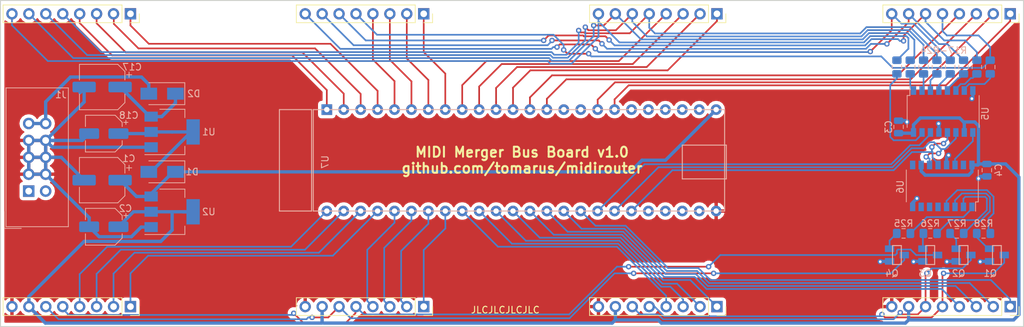
<source format=kicad_pcb>
(kicad_pcb (version 20171130) (host pcbnew 5.0.2+dfsg1-1)
  (layers (0 F.Cu signal) (31 B.Cu signal) (34 B.Paste user hide) (35 F.Paste user hide) (36 B.SilkS user) (37 F.SilkS user) (38 B.Mask user hide) (39 F.Mask user hide) (44 Edge.Cuts user))
  (net 0 "")
  (net 1 GND)
  (net 2 "Net-(Q1-Pad2)")
  (net 3 "Net-(Q2-Pad2)")
  (net 4 "Net-(Q3-Pad2)")
  (net 5 "Net-(Q4-Pad2)")
  (net 6 +3V3)
  (net 7 "Net-(R17-Pad2)")
  (net 8 "Net-(R18-Pad2)")
  (net 9 "Net-(R19-Pad2)")
  (net 10 "Net-(R20-Pad2)")
  (net 11 "Net-(R21-Pad2)")
  (net 12 "Net-(R22-Pad2)")
  (net 13 "Net-(R23-Pad2)")
  (net 14 "Net-(R24-Pad2)")
  (net 15 "Net-(R25-Pad2)")
  (net 16 "Net-(R26-Pad2)")
  (net 17 "Net-(R27-Pad2)")
  (net 18 "Net-(R28-Pad2)")
  (net 19 "Net-(U5-Pad9)")
  (net 20 "Net-(U6-Pad15)")
  (net 21 "Net-(U6-Pad7)")
  (net 22 "Net-(U6-Pad6)")
  (net 23 "Net-(U6-Pad5)")
  (net 24 "Net-(U6-Pad9)")
  (net 25 "Net-(U5-Pad11)")
  (net 26 "Net-(U5-Pad12)")
  (net 27 "Net-(U5-Pad14)")
  (net 28 "Net-(U7-Pad26)")
  (net 29 "Net-(U7-Pad27)")
  (net 30 "Net-(U7-Pad28)")
  (net 31 "Net-(U7-Pad29)")
  (net 32 "Net-(U7-Pad15)")
  (net 33 "Net-(U7-Pad16)")
  (net 34 "Net-(U7-Pad19)")
  (net 35 "Net-(U7-Pad20)")
  (net 36 "Net-(U7-Pad21)")
  (net 37 "Net-(U7-Pad22)")
  (net 38 "Net-(U7-Pad23)")
  (net 39 LEDK1)
  (net 40 LED1)
  (net 41 LEDK2)
  (net 42 LEDK3)
  (net 43 LEDK4)
  (net 44 LED2)
  (net 45 LED3)
  (net 46 LED4)
  (net 47 LED5)
  (net 48 LED6)
  (net 49 LED7)
  (net 50 LED8)
  (net 51 +12V)
  (net 52 MIDI_IN_1)
  (net 53 MIDI_IN_2)
  (net 54 MIDI_IN_3)
  (net 55 MIDI_IN_4)
  (net 56 MIDI_IN_8)
  (net 57 MIDI_IN_7)
  (net 58 MIDI_IN_6)
  (net 59 MIDI_IN_5)
  (net 60 MIDI_IN_12)
  (net 61 MIDI_IN_11)
  (net 62 MIDI_IN_10)
  (net 63 MIDI_IN_9)
  (net 64 MIDI_IN_16)
  (net 65 MIDI_IN_15)
  (net 66 MIDI_IN_14)
  (net 67 MIDI_IN_13)
  (net 68 MIDI_OUT_4)
  (net 69 MIDI_OUT_3)
  (net 70 MIDI_OUT_2)
  (net 71 MIDI_OUT_1)
  (net 72 MIDI_OUT_5)
  (net 73 MIDI_OUT_6)
  (net 74 MIDI_OUT_7)
  (net 75 MIDI_OUT_8)
  (net 76 MIDI_OUT_9)
  (net 77 MIDI_OUT_10)
  (net 78 MIDI_OUT_11)
  (net 79 MIDI_OUT_12)
  (net 80 MIDI_OUT_13)
  (net 81 MIDI_OUT_14)
  (net 82 MIDI_OUT_15)
  (net 83 MIDI_OUT_16)
  (net 84 "Net-(J1-Pad1)")
  (net 85 "Net-(J1-Pad2)")
  (net 86 "Net-(C17-Pad1)")
  (net 87 CA7_VCC)
  (net 88 "Net-(C18-Pad1)")
  (module Connector_IDC:IDC-Header_2x05_P2.54mm_Vertical (layer B.Cu) (at 30.734 72.644)
    (fp_text reference J1 (at 4.826 -14.478) (layer B.SilkS) (effects (justify mirror)))
    (fp_text value Conn_02x05_Odd_Even)
    (pad 1 thru_hole rect (at 0 0) (size 1.7272 1.7272) (drill 1.016) (layers *.Cu *.Mask) (net 84 "Net-(J1-Pad1)"))
    (pad 2 thru_hole oval (at 2.54 0) (size 1.7272 1.7272) (drill 1.016) (layers *.Cu *.Mask) (net 85 "Net-(J1-Pad2)"))
    (pad 3 thru_hole oval (at 0 -2.54) (size 1.7272 1.7272) (drill 1.016) (layers *.Cu *.Mask) (net 1 GND))
    (pad 4 thru_hole oval (at 2.54 -2.54) (size 1.7272 1.7272) (drill 1.016) (layers *.Cu *.Mask) (net 1 GND))
    (pad 5 thru_hole oval (at 0 -5.08) (size 1.7272 1.7272) (drill 1.016) (layers *.Cu *.Mask) (net 1 GND))
    (pad 6 thru_hole oval (at 2.54 -5.08) (size 1.7272 1.7272) (drill 1.016) (layers *.Cu *.Mask) (net 1 GND))
    (pad 7 thru_hole oval (at 0 -7.62) (size 1.7272 1.7272) (drill 1.016) (layers *.Cu *.Mask) (net 1 GND))
    (pad 8 thru_hole oval (at 2.54 -7.62) (size 1.7272 1.7272) (drill 1.016) (layers *.Cu *.Mask) (net 1 GND))
    (pad 9 thru_hole oval (at 0 -10.16) (size 1.7272 1.7272) (drill 1.016) (layers *.Cu *.Mask) (net 51 +12V))
    (pad 10 thru_hole oval (at 2.54 -10.16) (size 1.7272 1.7272) (drill 1.016) (layers *.Cu *.Mask) (net 51 +12V))
  )
  (module Connector_PinSocket_2.54mm:PinSocket_1x08_P2.54mm_Vertical (layer F.Cu) (at 46 46 270)
    (fp_text reference J2 hide)
    (fp_text value Conn_01x08)
    (pad 8 thru_hole oval (at 0 17.78 270) (size 1.7 1.7) (drill 1) (layers *.Cu *.Mask) (net 40 LED1))
    (pad 7 thru_hole oval (at 0 15.24 270) (size 1.7 1.7) (drill 1) (layers *.Cu *.Mask) (net 44 LED2))
    (pad 6 thru_hole oval (at 0 12.7 270) (size 1.7 1.7) (drill 1) (layers *.Cu *.Mask) (net 45 LED3))
    (pad 5 thru_hole oval (at 0 10.16 270) (size 1.7 1.7) (drill 1) (layers *.Cu *.Mask) (net 46 LED4))
    (pad 4 thru_hole oval (at 0 7.62 270) (size 1.7 1.7) (drill 1) (layers *.Cu *.Mask) (net 52 MIDI_IN_1))
    (pad 3 thru_hole oval (at 0 5.08 270) (size 1.7 1.7) (drill 1) (layers *.Cu *.Mask) (net 53 MIDI_IN_2))
    (pad 2 thru_hole oval (at 0 2.54 270) (size 1.7 1.7) (drill 1) (layers *.Cu *.Mask) (net 54 MIDI_IN_3))
    (pad 1 thru_hole rect (at 0 0 270) (size 1.7 1.7) (drill 1) (layers *.Cu *.Mask) (net 55 MIDI_IN_4))
  )
  (module Connector_PinSocket_2.54mm:PinSocket_1x08_P2.54mm_Vertical (layer F.Cu) (at 90 46 270)
    (fp_text reference J3 hide)
    (fp_text value Conn_01x08)
    (pad 1 thru_hole rect (at 0 0 270) (size 1.7 1.7) (drill 1) (layers *.Cu *.Mask) (net 56 MIDI_IN_8))
    (pad 2 thru_hole oval (at 0 2.54 270) (size 1.7 1.7) (drill 1) (layers *.Cu *.Mask) (net 57 MIDI_IN_7))
    (pad 3 thru_hole oval (at 0 5.08 270) (size 1.7 1.7) (drill 1) (layers *.Cu *.Mask) (net 58 MIDI_IN_6))
    (pad 4 thru_hole oval (at 0 7.62 270) (size 1.7 1.7) (drill 1) (layers *.Cu *.Mask) (net 59 MIDI_IN_5))
    (pad 5 thru_hole oval (at 0 10.16 270) (size 1.7 1.7) (drill 1) (layers *.Cu *.Mask) (net 50 LED8))
    (pad 6 thru_hole oval (at 0 12.7 270) (size 1.7 1.7) (drill 1) (layers *.Cu *.Mask) (net 49 LED7))
    (pad 7 thru_hole oval (at 0 15.24 270) (size 1.7 1.7) (drill 1) (layers *.Cu *.Mask) (net 48 LED6))
    (pad 8 thru_hole oval (at 0 17.78 270) (size 1.7 1.7) (drill 1) (layers *.Cu *.Mask) (net 47 LED5))
  )
  (module Connector_PinSocket_2.54mm:PinSocket_1x08_P2.54mm_Vertical (layer F.Cu) (at 134 46 270)
    (fp_text reference J4 hide)
    (fp_text value Conn_01x08)
    (pad 1 thru_hole rect (at 0 0 270) (size 1.7 1.7) (drill 1) (layers *.Cu *.Mask) (net 60 MIDI_IN_12))
    (pad 2 thru_hole oval (at 0 2.54 270) (size 1.7 1.7) (drill 1) (layers *.Cu *.Mask) (net 61 MIDI_IN_11))
    (pad 3 thru_hole oval (at 0 5.08 270) (size 1.7 1.7) (drill 1) (layers *.Cu *.Mask) (net 62 MIDI_IN_10))
    (pad 4 thru_hole oval (at 0 7.62 270) (size 1.7 1.7) (drill 1) (layers *.Cu *.Mask) (net 63 MIDI_IN_9))
    (pad 5 thru_hole oval (at 0 10.16 270) (size 1.7 1.7) (drill 1) (layers *.Cu *.Mask) (net 46 LED4))
    (pad 6 thru_hole oval (at 0 12.7 270) (size 1.7 1.7) (drill 1) (layers *.Cu *.Mask) (net 45 LED3))
    (pad 7 thru_hole oval (at 0 15.24 270) (size 1.7 1.7) (drill 1) (layers *.Cu *.Mask) (net 44 LED2))
    (pad 8 thru_hole oval (at 0 17.78 270) (size 1.7 1.7) (drill 1) (layers *.Cu *.Mask) (net 40 LED1))
  )
  (module Connector_PinSocket_2.54mm:PinSocket_1x08_P2.54mm_Vertical (layer F.Cu) (at 178 46 270)
    (fp_text reference J5 hide)
    (fp_text value Conn_01x08)
    (pad 1 thru_hole rect (at 0 0 270) (size 1.7 1.7) (drill 1) (layers *.Cu *.Mask) (net 64 MIDI_IN_16))
    (pad 2 thru_hole oval (at 0 2.54 270) (size 1.7 1.7) (drill 1) (layers *.Cu *.Mask) (net 65 MIDI_IN_15))
    (pad 3 thru_hole oval (at 0 5.08 270) (size 1.7 1.7) (drill 1) (layers *.Cu *.Mask) (net 66 MIDI_IN_14))
    (pad 4 thru_hole oval (at 0 7.62 270) (size 1.7 1.7) (drill 1) (layers *.Cu *.Mask) (net 67 MIDI_IN_13))
    (pad 5 thru_hole oval (at 0 10.16 270) (size 1.7 1.7) (drill 1) (layers *.Cu *.Mask) (net 50 LED8))
    (pad 6 thru_hole oval (at 0 12.7 270) (size 1.7 1.7) (drill 1) (layers *.Cu *.Mask) (net 49 LED7))
    (pad 7 thru_hole oval (at 0 15.24 270) (size 1.7 1.7) (drill 1) (layers *.Cu *.Mask) (net 48 LED6))
    (pad 8 thru_hole oval (at 0 17.78 270) (size 1.7 1.7) (drill 1) (layers *.Cu *.Mask) (net 47 LED5))
  )
  (module Connector_PinSocket_2.54mm:PinSocket_1x08_P2.54mm_Vertical (layer F.Cu) (at 46 90 270)
    (fp_text reference J6 hide)
    (fp_text value Conn_01x08)
    (pad 1 thru_hole rect (at 0 0 270) (size 1.7 1.7) (drill 1) (layers *.Cu *.Mask) (net 68 MIDI_OUT_4))
    (pad 2 thru_hole oval (at 0 2.54 270) (size 1.7 1.7) (drill 1) (layers *.Cu *.Mask) (net 69 MIDI_OUT_3))
    (pad 3 thru_hole oval (at 0 5.08 270) (size 1.7 1.7) (drill 1) (layers *.Cu *.Mask) (net 70 MIDI_OUT_2))
    (pad 4 thru_hole oval (at 0 7.62 270) (size 1.7 1.7) (drill 1) (layers *.Cu *.Mask) (net 71 MIDI_OUT_1))
    (pad 5 thru_hole oval (at 0 10.16 270) (size 1.7 1.7) (drill 1) (layers *.Cu *.Mask) (net 41 LEDK2))
    (pad 6 thru_hole oval (at 0 12.7 270) (size 1.7 1.7) (drill 1) (layers *.Cu *.Mask) (net 39 LEDK1))
    (pad 7 thru_hole oval (at 0 15.24 270) (size 1.7 1.7) (drill 1) (layers *.Cu *.Mask) (net 6 +3V3))
    (pad 8 thru_hole oval (at 0 17.78 270) (size 1.7 1.7) (drill 1) (layers *.Cu *.Mask) (net 1 GND))
  )
  (module Connector_PinSocket_2.54mm:PinSocket_1x08_P2.54mm_Vertical (layer F.Cu) (at 90 90 270)
    (fp_text reference J7 hide)
    (fp_text value Conn_01x08)
    (pad 8 thru_hole oval (at 0 17.78 270) (size 1.7 1.7) (drill 1) (layers *.Cu *.Mask) (net 1 GND))
    (pad 7 thru_hole oval (at 0 15.24 270) (size 1.7 1.7) (drill 1) (layers *.Cu *.Mask) (net 6 +3V3))
    (pad 6 thru_hole oval (at 0 12.7 270) (size 1.7 1.7) (drill 1) (layers *.Cu *.Mask) (net 39 LEDK1))
    (pad 5 thru_hole oval (at 0 10.16 270) (size 1.7 1.7) (drill 1) (layers *.Cu *.Mask) (net 41 LEDK2))
    (pad 4 thru_hole oval (at 0 7.62 270) (size 1.7 1.7) (drill 1) (layers *.Cu *.Mask) (net 72 MIDI_OUT_5))
    (pad 3 thru_hole oval (at 0 5.08 270) (size 1.7 1.7) (drill 1) (layers *.Cu *.Mask) (net 73 MIDI_OUT_6))
    (pad 2 thru_hole oval (at 0 2.54 270) (size 1.7 1.7) (drill 1) (layers *.Cu *.Mask) (net 74 MIDI_OUT_7))
    (pad 1 thru_hole rect (at 0 0 270) (size 1.7 1.7) (drill 1) (layers *.Cu *.Mask) (net 75 MIDI_OUT_8))
  )
  (module Connector_PinSocket_2.54mm:PinSocket_1x08_P2.54mm_Vertical (layer F.Cu) (at 134 90 270)
    (fp_text reference J8 hide)
    (fp_text value Conn_01x08)
    (pad 8 thru_hole oval (at 0 17.78 270) (size 1.7 1.7) (drill 1) (layers *.Cu *.Mask) (net 1 GND))
    (pad 7 thru_hole oval (at 0 15.24 270) (size 1.7 1.7) (drill 1) (layers *.Cu *.Mask) (net 6 +3V3))
    (pad 6 thru_hole oval (at 0 12.7 270) (size 1.7 1.7) (drill 1) (layers *.Cu *.Mask) (net 42 LEDK3))
    (pad 5 thru_hole oval (at 0 10.16 270) (size 1.7 1.7) (drill 1) (layers *.Cu *.Mask) (net 43 LEDK4))
    (pad 4 thru_hole oval (at 0 7.62 270) (size 1.7 1.7) (drill 1) (layers *.Cu *.Mask) (net 76 MIDI_OUT_9))
    (pad 3 thru_hole oval (at 0 5.08 270) (size 1.7 1.7) (drill 1) (layers *.Cu *.Mask) (net 77 MIDI_OUT_10))
    (pad 2 thru_hole oval (at 0 2.54 270) (size 1.7 1.7) (drill 1) (layers *.Cu *.Mask) (net 78 MIDI_OUT_11))
    (pad 1 thru_hole rect (at 0 0 270) (size 1.7 1.7) (drill 1) (layers *.Cu *.Mask) (net 79 MIDI_OUT_12))
  )
  (module Connector_PinSocket_2.54mm:PinSocket_1x08_P2.54mm_Vertical (layer F.Cu) (at 178 90 270)
    (fp_text reference J9 hide)
    (fp_text value Conn_01x08)
    (pad 8 thru_hole oval (at 0 17.78 270) (size 1.7 1.7) (drill 1) (layers *.Cu *.Mask) (net 1 GND))
    (pad 7 thru_hole oval (at 0 15.24 270) (size 1.7 1.7) (drill 1) (layers *.Cu *.Mask) (net 6 +3V3))
    (pad 6 thru_hole oval (at 0 12.7 270) (size 1.7 1.7) (drill 1) (layers *.Cu *.Mask) (net 42 LEDK3))
    (pad 5 thru_hole oval (at 0 10.16 270) (size 1.7 1.7) (drill 1) (layers *.Cu *.Mask) (net 43 LEDK4))
    (pad 4 thru_hole oval (at 0 7.62 270) (size 1.7 1.7) (drill 1) (layers *.Cu *.Mask) (net 80 MIDI_OUT_13))
    (pad 3 thru_hole oval (at 0 5.08 270) (size 1.7 1.7) (drill 1) (layers *.Cu *.Mask) (net 81 MIDI_OUT_14))
    (pad 2 thru_hole oval (at 0 2.54 270) (size 1.7 1.7) (drill 1) (layers *.Cu *.Mask) (net 82 MIDI_OUT_15))
    (pad 1 thru_hole rect (at 0 0 270) (size 1.7 1.7) (drill 1) (layers *.Cu *.Mask) (net 83 MIDI_OUT_16))
  )
  (module Tomarus:CMOD-A7-DIP-48_W15.24mm (layer B.Cu) (at 78 67 270)
    (fp_text reference U7 (at 1.27 2.794 270) (layer B.SilkS) (effects (justify mirror)))
    (fp_text value CMOD-A7)
    (pad 1 thru_hole rect (at -6.604 2.54 270) (size 1.6 1.6) (drill 0.8) (layers *.Cu *.Mask) (net 52 MIDI_IN_1))
    (pad 25 thru_hole oval (at 8.636 -55.88 270) (size 1.6 1.6) (drill 0.8) (layers *.Cu *.Mask) (net 1 GND))
    (pad 2 thru_hole oval (at -6.604 0 270) (size 1.6 1.6) (drill 0.8) (layers *.Cu *.Mask) (net 53 MIDI_IN_2))
    (pad 26 thru_hole oval (at 8.636 -53.34 270) (size 1.6 1.6) (drill 0.8) (layers *.Cu *.Mask) (net 28 "Net-(U7-Pad26)"))
    (pad 3 thru_hole oval (at -6.604 -2.54 270) (size 1.6 1.6) (drill 0.8) (layers *.Cu *.Mask) (net 54 MIDI_IN_3))
    (pad 27 thru_hole oval (at 8.636 -50.8 270) (size 1.6 1.6) (drill 0.8) (layers *.Cu *.Mask) (net 29 "Net-(U7-Pad27)"))
    (pad 4 thru_hole oval (at -6.604 -5.08 270) (size 1.6 1.6) (drill 0.8) (layers *.Cu *.Mask) (net 55 MIDI_IN_4))
    (pad 28 thru_hole oval (at 8.636 -48.26 270) (size 1.6 1.6) (drill 0.8) (layers *.Cu *.Mask) (net 30 "Net-(U7-Pad28)"))
    (pad 5 thru_hole oval (at -6.604 -7.62 270) (size 1.6 1.6) (drill 0.8) (layers *.Cu *.Mask) (net 59 MIDI_IN_5))
    (pad 29 thru_hole oval (at 8.636 -45.72 270) (size 1.6 1.6) (drill 0.8) (layers *.Cu *.Mask) (net 31 "Net-(U7-Pad29)"))
    (pad 6 thru_hole oval (at -6.604 -10.16 270) (size 1.6 1.6) (drill 0.8) (layers *.Cu *.Mask) (net 58 MIDI_IN_6))
    (pad 30 thru_hole oval (at 8.636 -43.18 270) (size 1.6 1.6) (drill 0.8) (layers *.Cu *.Mask) (net 26 "Net-(U5-Pad12)"))
    (pad 7 thru_hole oval (at -6.604 -12.7 270) (size 1.6 1.6) (drill 0.8) (layers *.Cu *.Mask) (net 57 MIDI_IN_7))
    (pad 31 thru_hole oval (at 8.636 -40.64 270) (size 1.6 1.6) (drill 0.8) (layers *.Cu *.Mask) (net 25 "Net-(U5-Pad11)"))
    (pad 8 thru_hole oval (at -6.604 -15.24 270) (size 1.6 1.6) (drill 0.8) (layers *.Cu *.Mask) (net 56 MIDI_IN_8))
    (pad 32 thru_hole oval (at 8.636 -38.1 270) (size 1.6 1.6) (drill 0.8) (layers *.Cu *.Mask) (net 27 "Net-(U5-Pad14)"))
    (pad 9 thru_hole oval (at -6.604 -17.78 270) (size 1.6 1.6) (drill 0.8) (layers *.Cu *.Mask) (net 63 MIDI_IN_9))
    (pad 33 thru_hole oval (at 8.636 -35.56 270) (size 1.6 1.6) (drill 0.8) (layers *.Cu *.Mask) (net 83 MIDI_OUT_16))
    (pad 10 thru_hole oval (at -6.604 -20.32 270) (size 1.6 1.6) (drill 0.8) (layers *.Cu *.Mask) (net 62 MIDI_IN_10))
    (pad 34 thru_hole oval (at 8.636 -33.02 270) (size 1.6 1.6) (drill 0.8) (layers *.Cu *.Mask) (net 82 MIDI_OUT_15))
    (pad 11 thru_hole oval (at -6.604 -22.86 270) (size 1.6 1.6) (drill 0.8) (layers *.Cu *.Mask) (net 61 MIDI_IN_11))
    (pad 35 thru_hole oval (at 8.636 -30.48 270) (size 1.6 1.6) (drill 0.8) (layers *.Cu *.Mask) (net 81 MIDI_OUT_14))
    (pad 12 thru_hole oval (at -6.604 -25.4 270) (size 1.6 1.6) (drill 0.8) (layers *.Cu *.Mask) (net 60 MIDI_IN_12))
    (pad 36 thru_hole oval (at 8.636 -27.94 270) (size 1.6 1.6) (drill 0.8) (layers *.Cu *.Mask) (net 80 MIDI_OUT_13))
    (pad 13 thru_hole oval (at -6.604 -27.94 270) (size 1.6 1.6) (drill 0.8) (layers *.Cu *.Mask) (net 67 MIDI_IN_13))
    (pad 37 thru_hole oval (at 8.636 -25.4 270) (size 1.6 1.6) (drill 0.8) (layers *.Cu *.Mask) (net 79 MIDI_OUT_12))
    (pad 14 thru_hole oval (at -6.604 -30.48 270) (size 1.6 1.6) (drill 0.8) (layers *.Cu *.Mask) (net 66 MIDI_IN_14))
    (pad 38 thru_hole oval (at 8.636 -22.86 270) (size 1.6 1.6) (drill 0.8) (layers *.Cu *.Mask) (net 78 MIDI_OUT_11))
    (pad 15 thru_hole oval (at -6.604 -33.02 270) (size 1.6 1.6) (drill 0.8) (layers *.Cu *.Mask) (net 32 "Net-(U7-Pad15)"))
    (pad 39 thru_hole oval (at 8.636 -20.32 270) (size 1.6 1.6) (drill 0.8) (layers *.Cu *.Mask) (net 77 MIDI_OUT_10))
    (pad 16 thru_hole oval (at -6.604 -35.56 270) (size 1.6 1.6) (drill 0.8) (layers *.Cu *.Mask) (net 33 "Net-(U7-Pad16)"))
    (pad 40 thru_hole oval (at 8.636 -17.78 270) (size 1.6 1.6) (drill 0.8) (layers *.Cu *.Mask) (net 76 MIDI_OUT_9))
    (pad 17 thru_hole oval (at -6.604 -38.1 270) (size 1.6 1.6) (drill 0.8) (layers *.Cu *.Mask) (net 65 MIDI_IN_15))
    (pad 41 thru_hole oval (at 8.636 -15.24 270) (size 1.6 1.6) (drill 0.8) (layers *.Cu *.Mask) (net 75 MIDI_OUT_8))
    (pad 18 thru_hole oval (at -6.604 -40.64 270) (size 1.6 1.6) (drill 0.8) (layers *.Cu *.Mask) (net 64 MIDI_IN_16))
    (pad 42 thru_hole oval (at 8.636 -12.7 270) (size 1.6 1.6) (drill 0.8) (layers *.Cu *.Mask) (net 74 MIDI_OUT_7))
    (pad 19 thru_hole oval (at -6.604 -43.18 270) (size 1.6 1.6) (drill 0.8) (layers *.Cu *.Mask) (net 34 "Net-(U7-Pad19)"))
    (pad 43 thru_hole oval (at 8.636 -10.16 270) (size 1.6 1.6) (drill 0.8) (layers *.Cu *.Mask) (net 73 MIDI_OUT_6))
    (pad 20 thru_hole oval (at -6.604 -45.72 270) (size 1.6 1.6) (drill 0.8) (layers *.Cu *.Mask) (net 35 "Net-(U7-Pad20)"))
    (pad 44 thru_hole oval (at 8.636 -7.62 270) (size 1.6 1.6) (drill 0.8) (layers *.Cu *.Mask) (net 72 MIDI_OUT_5))
    (pad 21 thru_hole oval (at -6.604 -48.26 270) (size 1.6 1.6) (drill 0.8) (layers *.Cu *.Mask) (net 36 "Net-(U7-Pad21)"))
    (pad 45 thru_hole oval (at 8.636 -5.08 270) (size 1.6 1.6) (drill 0.8) (layers *.Cu *.Mask) (net 68 MIDI_OUT_4))
    (pad 22 thru_hole oval (at -6.604 -50.8 270) (size 1.6 1.6) (drill 0.8) (layers *.Cu *.Mask) (net 37 "Net-(U7-Pad22)"))
    (pad 46 thru_hole oval (at 8.636 -2.54 270) (size 1.6 1.6) (drill 0.8) (layers *.Cu *.Mask) (net 69 MIDI_OUT_3))
    (pad 23 thru_hole oval (at -6.604 -53.34 270) (size 1.6 1.6) (drill 0.8) (layers *.Cu *.Mask) (net 38 "Net-(U7-Pad23)"))
    (pad 47 thru_hole oval (at 8.636 0 270) (size 1.6 1.6) (drill 0.8) (layers *.Cu *.Mask) (net 70 MIDI_OUT_2))
    (pad 24 thru_hole oval (at -6.604 -55.88 270) (size 1.6 1.6) (drill 0.8) (layers *.Cu *.Mask) (net 87 CA7_VCC))
    (pad 48 thru_hole oval (at 8.636 2.54 270) (size 1.6 1.6) (drill 0.8) (layers *.Cu *.Mask) (net 71 MIDI_OUT_1))
  )
  (module Package_SO:SOP-16_4.4x10.4mm_P1.27mm (layer B.Cu) (at 167.94 60.68 270)
    (fp_text reference U5 (at 0.32 -6.31 270) (layer B.SilkS) (effects (justify mirror)))
    (fp_text value 74LS595)
    (pad 16 smd rect (at 3.15 4.45 270) (size 1.3 0.8) (layers B.Cu B.Paste B.Mask) (net 6 +3V3))
    (pad 15 smd rect (at 3.15 3.17 270) (size 1.3 0.8) (layers B.Cu B.Paste B.Mask) (net 7 "Net-(R17-Pad2)"))
    (pad 14 smd rect (at 3.15 1.91 270) (size 1.3 0.8) (layers B.Cu B.Paste B.Mask) (net 27 "Net-(U5-Pad14)"))
    (pad 13 smd rect (at 3.15 0.64 270) (size 1.3 0.8) (layers B.Cu B.Paste B.Mask) (net 1 GND))
    (pad 12 smd rect (at 3.15 -0.64 270) (size 1.3 0.8) (layers B.Cu B.Paste B.Mask) (net 26 "Net-(U5-Pad12)"))
    (pad 11 smd rect (at 3.15 -1.91 270) (size 1.3 0.8) (layers B.Cu B.Paste B.Mask) (net 25 "Net-(U5-Pad11)"))
    (pad 10 smd rect (at 3.15 -3.17 270) (size 1.3 0.8) (layers B.Cu B.Paste B.Mask) (net 6 +3V3))
    (pad 9 smd rect (at 3.15 -4.45 270) (size 1.3 0.8) (layers B.Cu B.Paste B.Mask) (net 19 "Net-(U5-Pad9)"))
    (pad 8 smd rect (at -3.15 -4.45 270) (size 1.3 0.8) (layers B.Cu B.Paste B.Mask) (net 1 GND))
    (pad 7 smd rect (at -3.15 -3.17 270) (size 1.3 0.8) (layers B.Cu B.Paste B.Mask) (net 14 "Net-(R24-Pad2)"))
    (pad 6 smd rect (at -3.15 -1.91 270) (size 1.3 0.8) (layers B.Cu B.Paste B.Mask) (net 13 "Net-(R23-Pad2)"))
    (pad 5 smd rect (at -3.15 -0.64 270) (size 1.3 0.8) (layers B.Cu B.Paste B.Mask) (net 12 "Net-(R22-Pad2)"))
    (pad 4 smd rect (at -3.15 0.64 270) (size 1.3 0.8) (layers B.Cu B.Paste B.Mask) (net 11 "Net-(R21-Pad2)"))
    (pad 3 smd rect (at -3.15 1.91 270) (size 1.3 0.8) (layers B.Cu B.Paste B.Mask) (net 10 "Net-(R20-Pad2)"))
    (pad 2 smd rect (at -3.15 3.17 270) (size 1.3 0.8) (layers B.Cu B.Paste B.Mask) (net 9 "Net-(R19-Pad2)"))
    (pad 1 smd rect (at -3.15 4.45 270) (size 1.3 0.8) (layers B.Cu B.Paste B.Mask) (net 8 "Net-(R18-Pad2)"))
  )
  (module Package_SO:SOP-16_4.4x10.4mm_P1.27mm (layer B.Cu) (at 167.81 71.865 90)
    (fp_text reference U6 (at -0.135 -6.31 90) (layer B.SilkS) (effects (justify mirror)))
    (fp_text value 74LS595)
    (pad 1 smd rect (at -3.15 4.45 90) (size 1.3 0.8) (layers B.Cu B.Paste B.Mask) (net 15 "Net-(R25-Pad2)"))
    (pad 2 smd rect (at -3.15 3.17 90) (size 1.3 0.8) (layers B.Cu B.Paste B.Mask) (net 16 "Net-(R26-Pad2)"))
    (pad 3 smd rect (at -3.15 1.91 90) (size 1.3 0.8) (layers B.Cu B.Paste B.Mask) (net 17 "Net-(R27-Pad2)"))
    (pad 4 smd rect (at -3.15 0.64 90) (size 1.3 0.8) (layers B.Cu B.Paste B.Mask) (net 18 "Net-(R28-Pad2)"))
    (pad 5 smd rect (at -3.15 -0.64 90) (size 1.3 0.8) (layers B.Cu B.Paste B.Mask) (net 23 "Net-(U6-Pad5)"))
    (pad 6 smd rect (at -3.15 -1.91 90) (size 1.3 0.8) (layers B.Cu B.Paste B.Mask) (net 22 "Net-(U6-Pad6)"))
    (pad 7 smd rect (at -3.15 -3.17 90) (size 1.3 0.8) (layers B.Cu B.Paste B.Mask) (net 21 "Net-(U6-Pad7)"))
    (pad 8 smd rect (at -3.15 -4.45 90) (size 1.3 0.8) (layers B.Cu B.Paste B.Mask) (net 1 GND))
    (pad 9 smd rect (at 3.15 -4.45 90) (size 1.3 0.8) (layers B.Cu B.Paste B.Mask) (net 24 "Net-(U6-Pad9)"))
    (pad 10 smd rect (at 3.15 -3.17 90) (size 1.3 0.8) (layers B.Cu B.Paste B.Mask) (net 6 +3V3))
    (pad 11 smd rect (at 3.15 -1.91 90) (size 1.3 0.8) (layers B.Cu B.Paste B.Mask) (net 25 "Net-(U5-Pad11)"))
    (pad 12 smd rect (at 3.15 -0.64 90) (size 1.3 0.8) (layers B.Cu B.Paste B.Mask) (net 26 "Net-(U5-Pad12)"))
    (pad 13 smd rect (at 3.15 0.64 90) (size 1.3 0.8) (layers B.Cu B.Paste B.Mask) (net 1 GND))
    (pad 14 smd rect (at 3.15 1.91 90) (size 1.3 0.8) (layers B.Cu B.Paste B.Mask) (net 19 "Net-(U5-Pad9)"))
    (pad 15 smd rect (at 3.15 3.17 90) (size 1.3 0.8) (layers B.Cu B.Paste B.Mask) (net 20 "Net-(U6-Pad15)"))
    (pad 16 smd rect (at 3.15 4.45 90) (size 1.3 0.8) (layers B.Cu B.Paste B.Mask) (net 6 +3V3))
  )
  (module Tomarus:MMBT2222A-SOT23 (layer B.Cu) (at 176 82.25 90)
    (fp_text reference Q1 (at -2.75 -1 180) (layer B.SilkS) (effects (font (size 1.00067 1.00067)) (justify mirror)))
    (fp_text value PN2222A hide)
    (pad 3 smd rect (at 0 1.1 90) (size 1 1.4) (layers B.Cu B.Paste B.Mask) (net 43 LEDK4))
    (pad 2 smd rect (at 0.95 -1.1 90) (size 1 1.4) (layers B.Cu B.Paste B.Mask) (net 2 "Net-(Q1-Pad2)"))
    (pad 1 smd rect (at -0.95 -1.1 90) (size 1 1.4) (layers B.Cu B.Paste B.Mask) (net 1 GND))
  )
  (module Tomarus:MMBT2222A-SOT23 (layer B.Cu) (at 171 82.25 90)
    (fp_text reference Q2 (at -2.75 -0.75 180) (layer B.SilkS) (effects (font (size 1.00067 1.00067)) (justify mirror)))
    (fp_text value PN2222A hide)
    (pad 1 smd rect (at -0.95 -1.1 90) (size 1 1.4) (layers B.Cu B.Paste B.Mask) (net 1 GND))
    (pad 2 smd rect (at 0.95 -1.1 90) (size 1 1.4) (layers B.Cu B.Paste B.Mask) (net 3 "Net-(Q2-Pad2)"))
    (pad 3 smd rect (at 0 1.1 90) (size 1 1.4) (layers B.Cu B.Paste B.Mask) (net 42 LEDK3))
  )
  (module Tomarus:MMBT2222A-SOT23 (layer B.Cu) (at 166 82.25 90)
    (fp_text reference Q3 (at -2.75 -0.75) (layer B.SilkS) (effects (font (size 1.00067 1.00067)) (justify mirror)))
    (fp_text value PN2222A hide)
    (pad 3 smd rect (at 0 1.1 90) (size 1 1.4) (layers B.Cu B.Paste B.Mask) (net 41 LEDK2))
    (pad 2 smd rect (at 0.95 -1.1 90) (size 1 1.4) (layers B.Cu B.Paste B.Mask) (net 4 "Net-(Q3-Pad2)"))
    (pad 1 smd rect (at -0.95 -1.1 90) (size 1 1.4) (layers B.Cu B.Paste B.Mask) (net 1 GND))
  )
  (module Tomarus:MMBT2222A-SOT23 (layer B.Cu) (at 161 82.25 90)
    (fp_text reference Q4 (at -2.75 -0.75 180) (layer B.SilkS) (effects (font (size 1.00067 1.00067)) (justify mirror)))
    (fp_text value PN2222A hide)
    (pad 3 smd rect (at 0 1.1 90) (size 1 1.4) (layers B.Cu B.Paste B.Mask) (net 39 LEDK1))
    (pad 2 smd rect (at 0.95 -1.1 90) (size 1 1.4) (layers B.Cu B.Paste B.Mask) (net 5 "Net-(Q4-Pad2)"))
    (pad 1 smd rect (at -0.95 -1.1 90) (size 1 1.4) (layers B.Cu B.Paste B.Mask) (net 1 GND))
  )
  (module Resistor_SMD:R_0805_2012Metric_Pad1.15x1.40mm_HandSolder (layer B.Cu) (at 162 79)
    (fp_text reference R25 (at 0 -1.5) (layer B.SilkS) (effects (justify mirror)))
    (fp_text value 3300)
    (pad 1 smd roundrect (at -1.025 0) (size 1.15 1.4) (layers B.Cu B.Paste B.Mask) (roundrect_rratio 0.217391) (net 5 "Net-(Q4-Pad2)"))
    (pad 2 smd roundrect (at 1.025 0) (size 1.15 1.4) (layers B.Cu B.Paste B.Mask) (roundrect_rratio 0.217391) (net 15 "Net-(R25-Pad2)"))
  )
  (module Resistor_SMD:R_0805_2012Metric_Pad1.15x1.40mm_HandSolder (layer B.Cu) (at 166 79)
    (fp_text reference R26 (at 0 -1.5) (layer B.SilkS) (effects (justify mirror)))
    (fp_text value 3300)
    (pad 1 smd roundrect (at -1.025 0) (size 1.15 1.4) (layers B.Cu B.Paste B.Mask) (roundrect_rratio 0.217391) (net 4 "Net-(Q3-Pad2)"))
    (pad 2 smd roundrect (at 1.025 0) (size 1.15 1.4) (layers B.Cu B.Paste B.Mask) (roundrect_rratio 0.217391) (net 16 "Net-(R26-Pad2)"))
  )
  (module Resistor_SMD:R_0805_2012Metric_Pad1.15x1.40mm_HandSolder (layer B.Cu) (at 170 79)
    (fp_text reference R27 (at 0 -1.5) (layer B.SilkS) (effects (justify mirror)))
    (fp_text value 3300)
    (pad 2 smd roundrect (at 1.025 0) (size 1.15 1.4) (layers B.Cu B.Paste B.Mask) (roundrect_rratio 0.217391) (net 17 "Net-(R27-Pad2)"))
    (pad 1 smd roundrect (at -1.025 0) (size 1.15 1.4) (layers B.Cu B.Paste B.Mask) (roundrect_rratio 0.217391) (net 3 "Net-(Q2-Pad2)"))
  )
  (module Resistor_SMD:R_0805_2012Metric_Pad1.15x1.40mm_HandSolder (layer B.Cu) (at 174 79)
    (fp_text reference R28 (at 0 -1.5) (layer B.SilkS) (effects (justify mirror)))
    (fp_text value 3300)
    (pad 1 smd roundrect (at -1.025 0) (size 1.15 1.4) (layers B.Cu B.Paste B.Mask) (roundrect_rratio 0.217391) (net 2 "Net-(Q1-Pad2)"))
    (pad 2 smd roundrect (at 1.025 0) (size 1.15 1.4) (layers B.Cu B.Paste B.Mask) (roundrect_rratio 0.217391) (net 18 "Net-(R28-Pad2)"))
  )
  (module Resistor_SMD:R_0805_2012Metric_Pad1.15x1.40mm_HandSolder (layer B.Cu) (at 161 54 270)
    (fp_text reference R17 hide)
    (fp_text value 220)
    (pad 1 smd roundrect (at -1.025 0 270) (size 1.15 1.4) (layers B.Cu B.Paste B.Mask) (roundrect_rratio 0.217391) (net 40 LED1))
    (pad 2 smd roundrect (at 1.025 0 270) (size 1.15 1.4) (layers B.Cu B.Paste B.Mask) (roundrect_rratio 0.217391) (net 7 "Net-(R17-Pad2)"))
  )
  (module Resistor_SMD:R_0805_2012Metric_Pad1.15x1.40mm_HandSolder (layer B.Cu) (at 163 54 270)
    (fp_text reference R18 hide)
    (fp_text value 220)
    (pad 2 smd roundrect (at 1.025 0 270) (size 1.15 1.4) (layers B.Cu B.Paste B.Mask) (roundrect_rratio 0.217391) (net 8 "Net-(R18-Pad2)"))
    (pad 1 smd roundrect (at -1.025 0 270) (size 1.15 1.4) (layers B.Cu B.Paste B.Mask) (roundrect_rratio 0.217391) (net 44 LED2))
  )
  (module Resistor_SMD:R_0805_2012Metric_Pad1.15x1.40mm_HandSolder (layer B.Cu) (at 165 54 270)
    (fp_text reference R19 hide)
    (fp_text value 220)
    (pad 1 smd roundrect (at -1.025 0 270) (size 1.15 1.4) (layers B.Cu B.Paste B.Mask) (roundrect_rratio 0.217391) (net 45 LED3))
    (pad 2 smd roundrect (at 1.025 0 270) (size 1.15 1.4) (layers B.Cu B.Paste B.Mask) (roundrect_rratio 0.217391) (net 9 "Net-(R19-Pad2)"))
  )
  (module Resistor_SMD:R_0805_2012Metric_Pad1.15x1.40mm_HandSolder (layer B.Cu) (at 167 54 270)
    (fp_text reference R20 hide)
    (fp_text value 220)
    (pad 2 smd roundrect (at 1.025 0 270) (size 1.15 1.4) (layers B.Cu B.Paste B.Mask) (roundrect_rratio 0.217391) (net 10 "Net-(R20-Pad2)"))
    (pad 1 smd roundrect (at -1.025 0 270) (size 1.15 1.4) (layers B.Cu B.Paste B.Mask) (roundrect_rratio 0.217391) (net 46 LED4))
  )
  (module Resistor_SMD:R_0805_2012Metric_Pad1.15x1.40mm_HandSolder (layer B.Cu) (at 169 54 270)
    (fp_text reference R21 hide)
    (fp_text value 220)
    (pad 1 smd roundrect (at -1.025 0 270) (size 1.15 1.4) (layers B.Cu B.Paste B.Mask) (roundrect_rratio 0.217391) (net 47 LED5))
    (pad 2 smd roundrect (at 1.025 0 270) (size 1.15 1.4) (layers B.Cu B.Paste B.Mask) (roundrect_rratio 0.217391) (net 11 "Net-(R21-Pad2)"))
  )
  (module Resistor_SMD:R_0805_2012Metric_Pad1.15x1.40mm_HandSolder (layer B.Cu) (at 171 54 270)
    (fp_text reference R22 hide)
    (fp_text value 220)
    (pad 2 smd roundrect (at 1.025 0 270) (size 1.15 1.4) (layers B.Cu B.Paste B.Mask) (roundrect_rratio 0.217391) (net 12 "Net-(R22-Pad2)"))
    (pad 1 smd roundrect (at -1.025 0 270) (size 1.15 1.4) (layers B.Cu B.Paste B.Mask) (roundrect_rratio 0.217391) (net 48 LED6))
  )
  (module Resistor_SMD:R_0805_2012Metric_Pad1.15x1.40mm_HandSolder (layer B.Cu) (at 173 54 270)
    (fp_text reference R23 hide)
    (fp_text value 220)
    (pad 1 smd roundrect (at -1.025 0 270) (size 1.15 1.4) (layers B.Cu B.Paste B.Mask) (roundrect_rratio 0.217391) (net 49 LED7))
    (pad 2 smd roundrect (at 1.025 0 270) (size 1.15 1.4) (layers B.Cu B.Paste B.Mask) (roundrect_rratio 0.217391) (net 13 "Net-(R23-Pad2)"))
  )
  (module Resistor_SMD:R_0805_2012Metric_Pad1.15x1.40mm_HandSolder (layer B.Cu) (at 175 54 270)
    (fp_text reference R24 hide)
    (fp_text value 220)
    (pad 2 smd roundrect (at 1.025 0 270) (size 1.15 1.4) (layers B.Cu B.Paste B.Mask) (roundrect_rratio 0.217391) (net 14 "Net-(R24-Pad2)"))
    (pad 1 smd roundrect (at -1.025 0 270) (size 1.15 1.4) (layers B.Cu B.Paste B.Mask) (roundrect_rratio 0.217391) (net 50 LED8))
  )
  (module Package_TO_SOT_SMD:SOT-223-3_TabPin2 (layer B.Cu) (at 52.25 63.75)
    (fp_text reference U1 (at 5.5 0) (layer B.SilkS) (effects (justify mirror)))
    (fp_text value LD1117S50TR_SOT223)
    (pad 2 smd rect (at 3.15 0) (size 2 3.8) (layers B.Cu B.Paste B.Mask) (net 88 "Net-(C18-Pad1)"))
    (pad 2 smd rect (at -3.15 0) (size 2 1.5) (layers B.Cu B.Paste B.Mask) (net 88 "Net-(C18-Pad1)"))
    (pad 3 smd rect (at -3.15 -2.3) (size 2 1.5) (layers B.Cu B.Paste B.Mask) (net 86 "Net-(C17-Pad1)"))
    (pad 1 smd rect (at -3.15 2.3) (size 2 1.5) (layers B.Cu B.Paste B.Mask) (net 1 GND))
  )
  (module Package_TO_SOT_SMD:SOT-223-3_TabPin2 (layer B.Cu) (at 52.25 75.75)
    (fp_text reference U2 (at 5.5 0) (layer B.SilkS) (effects (justify mirror)))
    (fp_text value LD1117S33TR_SOT223)
    (pad 1 smd rect (at -3.15 2.3) (size 2 1.5) (layers B.Cu B.Paste B.Mask) (net 1 GND))
    (pad 3 smd rect (at -3.15 -2.3) (size 2 1.5) (layers B.Cu B.Paste B.Mask) (net 87 CA7_VCC))
    (pad 2 smd rect (at -3.15 0) (size 2 1.5) (layers B.Cu B.Paste B.Mask) (net 6 +3V3))
    (pad 2 smd rect (at 3.15 0) (size 2 3.8) (layers B.Cu B.Paste B.Mask) (net 6 +3V3))
  )
  (module Diode_SMD:D_SMA (layer B.Cu) (at 50.75 69.75 180)
    (fp_text reference D1 (at -4.5 0 180) (layer B.SilkS) (effects (justify mirror)))
    (fp_text value D)
    (pad 1 smd rect (at -2 0 180) (size 2.5 1.8) (layers B.Cu B.Paste B.Mask) (net 87 CA7_VCC))
    (pad 2 smd rect (at 2 0 180) (size 2.5 1.8) (layers B.Cu B.Paste B.Mask) (net 88 "Net-(C18-Pad1)"))
  )
  (module Diode_SMD:D_SMA (layer B.Cu) (at 50.75 58 180)
    (fp_text reference D2 (at -4.75 0 180) (layer B.SilkS) (effects (justify mirror)))
    (fp_text value D)
    (pad 2 smd rect (at 2 0 180) (size 2.5 1.8) (layers B.Cu B.Paste B.Mask) (net 51 +12V))
    (pad 1 smd rect (at -2 0 180) (size 2.5 1.8) (layers B.Cu B.Paste B.Mask) (net 86 "Net-(C17-Pad1)"))
  )
  (module Capacitor_SMD:C_0805_2012Metric (layer B.Cu) (at 161.25 63 90)
    (fp_text reference C3 (at 0 -1.5 90) (layer B.SilkS) (effects (justify mirror)))
    (fp_text value 100n)
    (pad 1 smd roundrect (at -0.9375 0 90) (size 0.975 1.4) (layers B.Cu B.Paste B.Mask) (net 6 +3V3))
    (pad 2 smd roundrect (at 0.9375 0 90) (size 0.975 1.4) (layers B.Cu B.Paste B.Mask) (net 1 GND))
  )
  (module Capacitor_SMD:C_0805_2012Metric (layer B.Cu) (at 174.5 69.5 270)
    (fp_text reference C4 (at 0 -1.75 270) (layer B.SilkS) (effects (justify mirror)))
    (fp_text value 100n)
    (pad 2 smd roundrect (at 0.9375 0 270) (size 0.975 1.4) (layers B.Cu B.Paste B.Mask) (net 1 GND))
    (pad 1 smd roundrect (at -0.9375 0 270) (size 0.975 1.4) (layers B.Cu B.Paste B.Mask) (net 6 +3V3))
  )
  (module Capacitor_SMD:CP_Elec_6.3x7.7 (layer B.Cu) (at 41.75 71 180)
    (fp_text reference C1 (at -4 3.25 180) (layer B.SilkS) (effects (justify mirror)))
    (fp_text value C)
    (pad 2 smd roundrect (at 2.7 0 180) (size 3.5 1.6) (layers B.Cu B.Paste B.Mask) (roundrect_rratio 0.15625) (net 1 GND))
    (pad 1 smd roundrect (at -2.7 0 180) (size 3.5 1.6) (layers B.Cu B.Paste B.Mask) (roundrect_rratio 0.15625) (net 87 CA7_VCC))
  )
  (module Capacitor_SMD:CP_Elec_5x5.4 (layer B.Cu) (at 42 78 180)
    (fp_text reference C2 (at -3.25 2.75 180) (layer B.SilkS) (effects (justify mirror)))
    (fp_text value C)
    (pad 2 smd roundrect (at 2.2 0 180) (size 3 1.6) (layers B.Cu B.Paste B.Mask) (roundrect_rratio 0.15625) (net 1 GND))
    (pad 1 smd roundrect (at -2.2 0 180) (size 3 1.6) (layers B.Cu B.Paste B.Mask) (roundrect_rratio 0.15625) (net 6 +3V3))
  )
  (module Capacitor_SMD:CP_Elec_6.3x7.7 (layer B.Cu) (at 41.75 57 180)
    (fp_text reference C17 (at -4.5 3 180) (layer B.SilkS) (effects (justify mirror)))
    (fp_text value C)
    (pad 1 smd roundrect (at -2.7 0 180) (size 3.5 1.6) (layers B.Cu B.Paste B.Mask) (roundrect_rratio 0.15625) (net 86 "Net-(C17-Pad1)"))
    (pad 2 smd roundrect (at 2.7 0 180) (size 3.5 1.6) (layers B.Cu B.Paste B.Mask) (roundrect_rratio 0.15625) (net 1 GND))
  )
  (module Capacitor_SMD:CP_Elec_5x5.4 (layer B.Cu) (at 42 64 180)
    (fp_text reference C18 (at -3.75 2.75 180) (layer B.SilkS) (effects (justify mirror)))
    (fp_text value C)
    (pad 1 smd roundrect (at -2.2 0 180) (size 3 1.6) (layers B.Cu B.Paste B.Mask) (roundrect_rratio 0.15625) (net 88 "Net-(C18-Pad1)"))
    (pad 2 smd roundrect (at 2.2 0 180) (size 3 1.6) (layers B.Cu B.Paste B.Mask) (roundrect_rratio 0.15625) (net 1 GND))
  )
  (gr_text JLCJLCJLCJLC (at 102.25 90.5) (layer F.SilkS) (effects (font (size 1 1))))
  (gr_text "MIDI Merger Bus Board v1.0\ngithub.com/tomarus/midirouter" (at 104.75 68) (layer F.SilkS) (effects (font (size 1.5 1.5) (thickness 0.3))))
  (gr_text R17-R24 (at 168 51.5) (layer B.SilkS) (effects (font (size 1 1)) (justify mirror)))
  (gr_line (start 180 93) (end 180 44) (layer Edge.Cuts) (width 0.15))
  (gr_line (start 26.5 93) (end 26.5 44) (layer Edge.Cuts) (width 0.15))
  (gr_line (start 26.5 44) (end 180 44) (layer Edge.Cuts) (width 0.15))
  (gr_line (start 180 93) (end 26.5 93) (layer Edge.Cuts) (width 0.15))
  (segment (start 30.734 65.024) (end 30.734 67.564) (width 0.5) (layer B.Cu) (net 1))
  (segment (start 30.734 67.564) (end 33.274 67.564) (width 0.5) (layer B.Cu) (net 1))
  (segment (start 33.274 70.104) (end 33.274 67.564) (width 0.5) (layer B.Cu) (net 1))
  (segment (start 30.734 70.104) (end 30.734 67.564) (width 0.5) (layer B.Cu) (net 1))
  (segment (start 30.734 70.104) (end 33.274 70.104) (width 0.5) (layer B.Cu) (net 1))
  (segment (start 33.274 65.024) (end 30.734 65.024) (width 0.5) (layer B.Cu) (net 1))
  (segment (start 33.274 67.564) (end 33.274 65.024) (width 0.5) (layer B.Cu) (net 1))
  (segment (start 33.274 64.998859) (end 33.274 65.024) (width 0.5) (layer B.Cu) (net 1))
  (segment (start 33.276859 70.104) (end 33.274 70.104) (width 0.5) (layer B.Cu) (net 1))
  (via (at 168.75 67.25) (size 0.8) (drill 0.4) (layers F.Cu B.Cu) (net 1))
  (segment (start 168.45 68.715) (end 168.45 67.55) (width 0.5) (layer B.Cu) (net 1))
  (segment (start 168.45 67.55) (end 168.75 67.25) (width 0.5) (layer B.Cu) (net 1))
  (via (at 167.25 62.5) (size 0.8) (drill 0.4) (layers F.Cu B.Cu) (net 1))
  (segment (start 167.3 63.83) (end 167.3 62.55) (width 0.5) (layer B.Cu) (net 1))
  (segment (start 167.3 62.55) (end 167.25 62.5) (width 0.5) (layer B.Cu) (net 1))
  (via (at 172.25 58.75) (size 0.8) (drill 0.4) (layers F.Cu B.Cu) (net 1))
  (segment (start 172.39 57.53) (end 172.39 58.61) (width 0.5) (layer B.Cu) (net 1))
  (segment (start 172.39 58.61) (end 172.25 58.75) (width 0.5) (layer B.Cu) (net 1))
  (segment (start 159.9 83.2) (end 158.55 83.2) (width 0.5) (layer B.Cu) (net 1))
  (via (at 158.5 83.25) (size 0.8) (drill 0.4) (layers F.Cu B.Cu) (net 1))
  (segment (start 158.55 83.2) (end 158.5 83.25) (width 0.5) (layer B.Cu) (net 1))
  (via (at 163.5 83.25) (size 0.8) (drill 0.4) (layers F.Cu B.Cu) (net 1))
  (segment (start 164.9 83.2) (end 163.55 83.2) (width 0.5) (layer B.Cu) (net 1))
  (segment (start 163.55 83.2) (end 163.5 83.25) (width 0.5) (layer B.Cu) (net 1))
  (via (at 168.5 83.25) (size 0.8) (drill 0.4) (layers F.Cu B.Cu) (net 1))
  (segment (start 169.9 83.2) (end 168.55 83.2) (width 0.5) (layer B.Cu) (net 1))
  (segment (start 168.55 83.2) (end 168.5 83.25) (width 0.5) (layer B.Cu) (net 1))
  (via (at 173.5 83.25) (size 0.8) (drill 0.4) (layers F.Cu B.Cu) (net 1))
  (segment (start 174.9 83.2) (end 173.55 83.2) (width 0.5) (layer B.Cu) (net 1))
  (segment (start 173.55 83.2) (end 173.5 83.25) (width 0.5) (layer B.Cu) (net 1))
  (segment (start 33.298 65) (end 33.274 65.024) (width 0.5) (layer B.Cu) (net 1))
  (segment (start 49.1 66.05) (end 48.85 66.05) (width 0.5) (layer B.Cu) (net 1))
  (segment (start 161.25 62.0625) (end 162.3125 62.0625) (width 0.5) (layer B.Cu) (net 1))
  (via (at 162.5 62.25) (size 0.8) (drill 0.4) (layers F.Cu B.Cu) (net 1))
  (segment (start 162.3125 62.0625) (end 162.5 62.25) (width 0.5) (layer B.Cu) (net 1))
  (via (at 173.25 70.75) (size 0.8) (drill 0.4) (layers F.Cu B.Cu) (net 1))
  (segment (start 174.5 70.4375) (end 173.5625 70.4375) (width 0.5) (layer B.Cu) (net 1))
  (segment (start 173.5625 70.4375) (end 173.25 70.75) (width 0.5) (layer B.Cu) (net 1))
  (via (at 164 73.75) (size 0.8) (drill 0.4) (layers F.Cu B.Cu) (net 1))
  (segment (start 163.36 75.015) (end 163.36 74.39) (width 0.5) (layer B.Cu) (net 1))
  (segment (start 163.36 74.39) (end 164 73.75) (width 0.5) (layer B.Cu) (net 1))
  (segment (start 39.3 57) (end 38.42929 57.87071) (width 0.5) (layer B.Cu) (net 1))
  (segment (start 38.776 65.024) (end 33.274 65.024) (width 0.5) (layer B.Cu) (net 1))
  (segment (start 39.8 64) (end 38.776 65.024) (width 0.5) (layer B.Cu) (net 1))
  (segment (start 34.3 66.05) (end 33.274 65.024) (width 0.5) (layer B.Cu) (net 1))
  (segment (start 49.1 66.05) (end 34.3 66.05) (width 0.5) (layer B.Cu) (net 1))
  (segment (start 35.614 67.564) (end 33.274 67.564) (width 0.5) (layer B.Cu) (net 1))
  (segment (start 39.05 71) (end 35.614 67.564) (width 0.5) (layer B.Cu) (net 1))
  (segment (start 39.8 76.63) (end 33.274 70.104) (width 0.5) (layer B.Cu) (net 1))
  (segment (start 39.8 78) (end 39.8 76.63) (width 0.5) (layer B.Cu) (net 1))
  (segment (start 40.67071 78.87071) (end 39.8 78) (width 0.5) (layer B.Cu) (net 1))
  (segment (start 41.3 79.5) (end 40.67071 78.87071) (width 0.5) (layer B.Cu) (net 1))
  (segment (start 49.1 78.05) (end 47.6 78.05) (width 0.5) (layer B.Cu) (net 1))
  (segment (start 46.15 79.5) (end 41.3 79.5) (width 0.5) (layer B.Cu) (net 1))
  (segment (start 47.6 78.05) (end 46.15 79.5) (width 0.5) (layer B.Cu) (net 1))
  (segment (start 39.05 59.248) (end 39.05 57) (width 0.5) (layer B.Cu) (net 1))
  (segment (start 33.274 65.024) (end 39.05 59.248) (width 0.5) (layer B.Cu) (net 1))
  (segment (start 174.7 81.3) (end 172.975 79.575) (width 0.25) (layer B.Cu) (net 2))
  (segment (start 172.975 79.575) (end 172.975 79) (width 0.25) (layer B.Cu) (net 2))
  (segment (start 174.9 81.3) (end 174.7 81.3) (width 0.25) (layer B.Cu) (net 2))
  (segment (start 169.9 79.925) (end 168.975 79) (width 0.25) (layer B.Cu) (net 3))
  (segment (start 169.9 81.3) (end 169.9 79.925) (width 0.25) (layer B.Cu) (net 3))
  (segment (start 164.9 79.075) (end 164.975 79) (width 0.25) (layer B.Cu) (net 4))
  (segment (start 164.9 81.3) (end 164.9 79.075) (width 0.25) (layer B.Cu) (net 4))
  (segment (start 159.9 80.075) (end 160.975 79) (width 0.25) (layer B.Cu) (net 5))
  (segment (start 159.9 81.3) (end 159.9 80.075) (width 0.25) (layer B.Cu) (net 5))
  (segment (start 52.25 75.75) (end 49.1 75.75) (width 0.5) (layer B.Cu) (net 6))
  (segment (start 55.4 75.75) (end 52.25 75.75) (width 0.5) (layer B.Cu) (net 6))
  (segment (start 118.76 91.99) (end 118.75 92) (width 0.5) (layer B.Cu) (net 6))
  (segment (start 118.76 90) (end 118.76 91.99) (width 0.5) (layer B.Cu) (net 6))
  (segment (start 74.75 91.212081) (end 74.75 92) (width 0.5) (layer B.Cu) (net 6))
  (segment (start 74.76 91.202081) (end 74.75 91.212081) (width 0.5) (layer B.Cu) (net 6))
  (segment (start 74.76 90) (end 74.76 91.202081) (width 0.5) (layer B.Cu) (net 6))
  (segment (start 162.75 90.01) (end 162.76 90) (width 0.5) (layer B.Cu) (net 6))
  (segment (start 172.26 68.715) (end 173.16 68.715) (width 0.5) (layer B.Cu) (net 6))
  (segment (start 162.76 91.99) (end 162.75 92) (width 0.5) (layer B.Cu) (net 6))
  (segment (start 162.76 90) (end 162.76 91.99) (width 0.5) (layer B.Cu) (net 6))
  (segment (start 173.240001 62.819999) (end 172.670002 62.25) (width 0.5) (layer B.Cu) (net 6))
  (segment (start 173.240001 68.634999) (end 173.240001 62.819999) (width 0.5) (layer B.Cu) (net 6))
  (segment (start 173.16 68.715) (end 173.240001 68.634999) (width 0.5) (layer B.Cu) (net 6))
  (segment (start 172.670002 62.25) (end 171 62.25) (width 0.5) (layer B.Cu) (net 6))
  (segment (start 171.11 62.36) (end 171 62.25) (width 0.5) (layer B.Cu) (net 6))
  (segment (start 171.11 63.83) (end 171.11 62.36) (width 0.5) (layer B.Cu) (net 6))
  (segment (start 172.26 69.74) (end 172.26 68.715) (width 0.5) (layer B.Cu) (net 6))
  (segment (start 171.75 70.25) (end 172.26 69.74) (width 0.5) (layer B.Cu) (net 6))
  (segment (start 165.25 70.25) (end 171.75 70.25) (width 0.5) (layer B.Cu) (net 6))
  (segment (start 164.64 68.715) (end 164.64 69.64) (width 0.5) (layer B.Cu) (net 6))
  (segment (start 164.64 69.64) (end 165.25 70.25) (width 0.5) (layer B.Cu) (net 6))
  (segment (start 163.49 62.68) (end 164.520002 61.649998) (width 0.5) (layer B.Cu) (net 6))
  (segment (start 164.520002 61.649998) (end 170.399998 61.649998) (width 0.5) (layer B.Cu) (net 6))
  (segment (start 170.399998 61.649998) (end 171 62.25) (width 0.5) (layer B.Cu) (net 6))
  (segment (start 163.49 63.83) (end 163.49 62.68) (width 0.5) (layer B.Cu) (net 6))
  (segment (start 118.75 92) (end 125.191399 92) (width 0.5) (layer B.Cu) (net 6))
  (segment (start 125.191399 92) (end 125.66639 92.47499) (width 0.5) (layer B.Cu) (net 6))
  (segment (start 162.27501 92.47499) (end 162.75 92) (width 0.5) (layer B.Cu) (net 6))
  (segment (start 125.66639 92.47499) (end 162.27501 92.47499) (width 0.5) (layer B.Cu) (net 6))
  (segment (start 74.75 92) (end 74.75 92.25) (width 0.5) (layer B.Cu) (net 6))
  (segment (start 30.76 90) (end 33.23499 92.47499) (width 0.5) (layer B.Cu) (net 6))
  (segment (start 33.23499 92.47499) (end 74.75 92.47499) (width 0.5) (layer B.Cu) (net 6))
  (segment (start 118.27501 92.47499) (end 118.75 92) (width 0.5) (layer B.Cu) (net 6))
  (segment (start 74.97499 92.47499) (end 118.27501 92.47499) (width 0.5) (layer B.Cu) (net 6))
  (segment (start 163.3825 63.9375) (end 163.49 63.83) (width 0.5) (layer B.Cu) (net 6))
  (segment (start 161.25 63.9375) (end 163.3825 63.9375) (width 0.5) (layer B.Cu) (net 6))
  (segment (start 173.3125 68.5625) (end 174.5 68.5625) (width 0.5) (layer B.Cu) (net 6))
  (segment (start 173.16 68.715) (end 173.3125 68.5625) (width 0.5) (layer B.Cu) (net 6))
  (segment (start 179.300001 91.210001) (end 178.510002 92) (width 0.5) (layer B.Cu) (net 6))
  (segment (start 179.300001 70.550001) (end 179.300001 91.210001) (width 0.5) (layer B.Cu) (net 6))
  (segment (start 174.5 68.5625) (end 177.3125 68.5625) (width 0.5) (layer B.Cu) (net 6))
  (segment (start 178.510002 92) (end 162.75 92) (width 0.5) (layer B.Cu) (net 6))
  (segment (start 177.3125 68.5625) (end 179.300001 70.550001) (width 0.5) (layer B.Cu) (net 6))
  (segment (start 46.45 75.75) (end 49.1 75.75) (width 0.5) (layer B.Cu) (net 6))
  (segment (start 44.2 78) (end 46.45 75.75) (width 0.5) (layer B.Cu) (net 6))
  (segment (start 53.9 75.75) (end 55.4 75.75) (width 0.5) (layer B.Cu) (net 6))
  (segment (start 52.25 78.5) (end 52.25 75.75) (width 0.5) (layer B.Cu) (net 6))
  (segment (start 50.549989 80.200011) (end 52.25 78.5) (width 0.5) (layer B.Cu) (net 6))
  (segment (start 39.049989 80.200011) (end 50.549989 80.200011) (width 0.5) (layer B.Cu) (net 6))
  (segment (start 30.76 90) (end 30.76 88.49) (width 0.5) (layer B.Cu) (net 6))
  (segment (start 30.76 88.49) (end 39.049989 80.200011) (width 0.5) (layer B.Cu) (net 6))
  (segment (start 164.77 64.08) (end 164.77 63.83) (width 0.25) (layer B.Cu) (net 7))
  (segment (start 161 55.7) (end 160 56.7) (width 0.25) (layer B.Cu) (net 7))
  (segment (start 161 55.025) (end 161 55.7) (width 0.25) (layer B.Cu) (net 7))
  (segment (start 160 64.5) (end 160.5 65) (width 0.25) (layer B.Cu) (net 7))
  (segment (start 160 56.7) (end 160 64.5) (width 0.25) (layer B.Cu) (net 7))
  (segment (start 160.5 65) (end 163.85 65) (width 0.25) (layer B.Cu) (net 7))
  (segment (start 163.85 65) (end 164.77 64.08) (width 0.25) (layer B.Cu) (net 7))
  (segment (start 163 57.04) (end 163.49 57.53) (width 0.25) (layer B.Cu) (net 8))
  (segment (start 163 55.025) (end 163 57.04) (width 0.25) (layer B.Cu) (net 8))
  (segment (start 165 57.3) (end 164.77 57.53) (width 0.25) (layer B.Cu) (net 9))
  (segment (start 165 55.025) (end 165 57.3) (width 0.25) (layer B.Cu) (net 9))
  (segment (start 166.03 55.995) (end 166.03 57.53) (width 0.25) (layer B.Cu) (net 10))
  (segment (start 167 55.025) (end 166.03 55.995) (width 0.25) (layer B.Cu) (net 10))
  (segment (start 167.3 56.725) (end 167.3 57.53) (width 0.25) (layer B.Cu) (net 11))
  (segment (start 169 55.025) (end 167.3 56.725) (width 0.25) (layer B.Cu) (net 11))
  (segment (start 170.211628 55.648372) (end 168.58 57.28) (width 0.25) (layer B.Cu) (net 12))
  (segment (start 168.58 57.28) (end 168.58 57.53) (width 0.25) (layer B.Cu) (net 12))
  (segment (start 170.376628 55.648372) (end 170.211628 55.648372) (width 0.25) (layer B.Cu) (net 12))
  (segment (start 171 55.025) (end 170.376628 55.648372) (width 0.25) (layer B.Cu) (net 12))
  (segment (start 172.105218 55.648372) (end 171.198591 56.554999) (width 0.25) (layer B.Cu) (net 13))
  (segment (start 172.376628 55.648372) (end 172.105218 55.648372) (width 0.25) (layer B.Cu) (net 13))
  (segment (start 171.198591 56.554999) (end 170.575001 56.554999) (width 0.25) (layer B.Cu) (net 13))
  (segment (start 173 55.025) (end 172.376628 55.648372) (width 0.25) (layer B.Cu) (net 13))
  (segment (start 170.575001 56.554999) (end 169.85 57.28) (width 0.25) (layer B.Cu) (net 13))
  (segment (start 169.85 57.28) (end 169.85 57.53) (width 0.25) (layer B.Cu) (net 13))
  (segment (start 175 55.7) (end 174.145001 56.554999) (width 0.25) (layer B.Cu) (net 14))
  (segment (start 171.11 57.28) (end 171.11 57.53) (width 0.25) (layer B.Cu) (net 14))
  (segment (start 174.145001 56.554999) (end 171.835001 56.554999) (width 0.25) (layer B.Cu) (net 14))
  (segment (start 171.835001 56.554999) (end 171.11 57.28) (width 0.25) (layer B.Cu) (net 14))
  (segment (start 175 55.025) (end 175 55.7) (width 0.25) (layer B.Cu) (net 14))
  (segment (start 170.975011 76.549989) (end 172.26 75.265) (width 0.25) (layer B.Cu) (net 15))
  (segment (start 163.025 79) (end 165.475011 76.549989) (width 0.25) (layer B.Cu) (net 15))
  (segment (start 172.26 75.265) (end 172.26 75.015) (width 0.25) (layer B.Cu) (net 15))
  (segment (start 165.475011 76.549989) (end 170.975011 76.549989) (width 0.25) (layer B.Cu) (net 15))
  (segment (start 170.98 73.77) (end 171.25 73.5) (width 0.25) (layer B.Cu) (net 16))
  (segment (start 169.025 77) (end 167.025 79) (width 0.25) (layer B.Cu) (net 16))
  (segment (start 174.25 73.5) (end 174.5 73.75) (width 0.25) (layer B.Cu) (net 16))
  (segment (start 173 77) (end 169.025 77) (width 0.25) (layer B.Cu) (net 16))
  (segment (start 170.98 75.015) (end 170.98 73.77) (width 0.25) (layer B.Cu) (net 16))
  (segment (start 171.25 73.5) (end 174.25 73.5) (width 0.25) (layer B.Cu) (net 16))
  (segment (start 174.5 75.5) (end 173 77) (width 0.25) (layer B.Cu) (net 16))
  (segment (start 174.5 73.75) (end 174.5 75.5) (width 0.25) (layer B.Cu) (net 16))
  (segment (start 169.72 74.03) (end 169.72 75.015) (width 0.25) (layer B.Cu) (net 17))
  (segment (start 170.75 73) (end 169.72 74.03) (width 0.25) (layer B.Cu) (net 17))
  (segment (start 173.1864 77.450011) (end 174.950011 75.6864) (width 0.25) (layer B.Cu) (net 17))
  (segment (start 174.950011 75.6864) (end 174.950011 73.5636) (width 0.25) (layer B.Cu) (net 17))
  (segment (start 171.025 79) (end 172.574989 77.450011) (width 0.25) (layer B.Cu) (net 17))
  (segment (start 172.574989 77.450011) (end 173.1864 77.450011) (width 0.25) (layer B.Cu) (net 17))
  (segment (start 174.950011 73.5636) (end 174.386411 73) (width 0.25) (layer B.Cu) (net 17))
  (segment (start 174.386411 73) (end 170.75 73) (width 0.25) (layer B.Cu) (net 17))
  (segment (start 168.45 74.115) (end 168.45 75.015) (width 0.25) (layer B.Cu) (net 18))
  (segment (start 170.065 72.5) (end 168.45 74.115) (width 0.25) (layer B.Cu) (net 18))
  (segment (start 174.75 78.725) (end 174.75 76.75) (width 0.25) (layer B.Cu) (net 18))
  (segment (start 174.75 76.75) (end 175.5 76) (width 0.25) (layer B.Cu) (net 18))
  (segment (start 175.025 79) (end 174.75 78.725) (width 0.25) (layer B.Cu) (net 18))
  (segment (start 175.5 76) (end 175.5 73.477178) (width 0.25) (layer B.Cu) (net 18))
  (segment (start 175.5 73.477178) (end 174.522822 72.5) (width 0.25) (layer B.Cu) (net 18))
  (segment (start 174.522822 72.5) (end 170.065 72.5) (width 0.25) (layer B.Cu) (net 18))
  (segment (start 172.39 65.145) (end 172.39 64.73) (width 0.25) (layer B.Cu) (net 19))
  (segment (start 169.72 67.815) (end 172.39 65.145) (width 0.25) (layer B.Cu) (net 19))
  (segment (start 172.39 64.73) (end 172.39 63.83) (width 0.25) (layer B.Cu) (net 19))
  (segment (start 169.72 68.715) (end 169.72 67.815) (width 0.25) (layer B.Cu) (net 19))
  (segment (start 167.605013 66.324987) (end 168.255013 66.324987) (width 0.25) (layer B.Cu) (net 25))
  (segment (start 169.85 64.73) (end 169.85 63.83) (width 0.25) (layer B.Cu) (net 25))
  (segment (start 168.255013 66.324987) (end 169.85 64.73) (width 0.25) (layer B.Cu) (net 25))
  (segment (start 165.9 68.715) (end 165.9 67.815) (width 0.25) (layer B.Cu) (net 25))
  (segment (start 165.585008 67.500008) (end 165.390542 67.500008) (width 0.25) (layer B.Cu) (net 25))
  (via (at 165.390542 67.500008) (size 0.8) (drill 0.4) (layers F.Cu B.Cu) (net 25))
  (segment (start 165.9 67.815) (end 165.585008 67.500008) (width 0.25) (layer B.Cu) (net 25))
  (segment (start 167.649999 66.580318) (end 167.25 66.980317) (width 0.25) (layer B.Cu) (net 25))
  (via (at 167.25 66.980317) (size 0.8) (drill 0.4) (layers F.Cu B.Cu) (net 25))
  (segment (start 167.649999 66.369973) (end 167.649999 66.580318) (width 0.25) (layer B.Cu) (net 25))
  (segment (start 167.605013 66.324987) (end 167.649999 66.369973) (width 0.25) (layer B.Cu) (net 25))
  (segment (start 166.684315 66.980317) (end 167.25 66.980317) (width 0.25) (layer F.Cu) (net 25))
  (segment (start 165.390542 67.500008) (end 165.910233 66.980317) (width 0.25) (layer F.Cu) (net 25))
  (segment (start 165.910233 66.980317) (end 166.684315 66.980317) (width 0.25) (layer F.Cu) (net 25))
  (segment (start 165.001974 66.200011) (end 165.901998 65.299987) (width 0.25) (layer B.Cu) (net 25))
  (segment (start 166.580013 65.299987) (end 167.605013 66.324987) (width 0.25) (layer B.Cu) (net 25))
  (segment (start 125.226011 69.049989) (end 160.336422 69.049989) (width 0.25) (layer B.Cu) (net 25))
  (segment (start 163.186399 66.200011) (end 165.001974 66.200011) (width 0.25) (layer B.Cu) (net 25))
  (segment (start 160.336422 69.049989) (end 163.186399 66.200011) (width 0.25) (layer B.Cu) (net 25))
  (segment (start 165.901998 65.299987) (end 166.580013 65.299987) (width 0.25) (layer B.Cu) (net 25))
  (segment (start 118.64 75.636) (end 125.226011 69.049989) (width 0.25) (layer B.Cu) (net 25))
  (via (at 168 65.5) (size 0.8) (drill 0.4) (layers F.Cu B.Cu) (net 26))
  (segment (start 168.58 64.92) (end 168.58 63.83) (width 0.25) (layer B.Cu) (net 26))
  (segment (start 168 65.5) (end 168.58 64.92) (width 0.25) (layer B.Cu) (net 26))
  (segment (start 166.649999 65.62499) (end 166.25 66.024989) (width 0.25) (layer F.Cu) (net 26))
  (via (at 166.25 66.024989) (size 0.8) (drill 0.4) (layers F.Cu B.Cu) (net 26))
  (segment (start 168 65.5) (end 166.774989 65.5) (width 0.25) (layer F.Cu) (net 26))
  (segment (start 166.25 66.590674) (end 166.25 66.024989) (width 0.25) (layer B.Cu) (net 26))
  (segment (start 166.348002 66.774998) (end 166.25 66.676996) (width 0.25) (layer B.Cu) (net 26))
  (segment (start 166.774989 65.5) (end 166.649999 65.62499) (width 0.25) (layer F.Cu) (net 26))
  (segment (start 166.25 66.676996) (end 166.25 66.590674) (width 0.25) (layer B.Cu) (net 26))
  (segment (start 166.348002 67.643002) (end 167.17 68.465) (width 0.25) (layer B.Cu) (net 26))
  (segment (start 166.348002 66.774998) (end 166.348002 67.643002) (width 0.25) (layer B.Cu) (net 26))
  (segment (start 167.17 68.465) (end 167.17 68.715) (width 0.25) (layer B.Cu) (net 26))
  (segment (start 163.247823 66.774998) (end 166.348002 66.774998) (width 0.25) (layer B.Cu) (net 26))
  (segment (start 121.18 75.636) (end 127.316 69.5) (width 0.25) (layer B.Cu) (net 26))
  (segment (start 160.522822 69.5) (end 163.247823 66.774998) (width 0.25) (layer B.Cu) (net 26))
  (segment (start 127.316 69.5) (end 160.522822 69.5) (width 0.25) (layer B.Cu) (net 26))
  (segment (start 166.03 64.08) (end 166.03 63.83) (width 0.25) (layer B.Cu) (net 27))
  (segment (start 164.36 65.75) (end 166.03 64.08) (width 0.25) (layer B.Cu) (net 27))
  (segment (start 116.1 75.636) (end 123.136022 68.599978) (width 0.25) (layer B.Cu) (net 27))
  (segment (start 123.136022 68.599978) (end 160.150022 68.599978) (width 0.25) (layer B.Cu) (net 27))
  (segment (start 160.150022 68.599978) (end 163 65.75) (width 0.25) (layer B.Cu) (net 27))
  (segment (start 163 65.75) (end 164.36 65.75) (width 0.25) (layer B.Cu) (net 27))
  (via (at 73.25 91.62498) (size 0.8) (drill 0.4) (layers F.Cu B.Cu) (net 39))
  (segment (start 75.67502 91.62498) (end 77.3 90) (width 0.25) (layer F.Cu) (net 39))
  (segment (start 73.25 91.62498) (end 75.67502 91.62498) (width 0.25) (layer F.Cu) (net 39))
  (segment (start 72.409316 91.899979) (end 72.684315 91.62498) (width 0.25) (layer B.Cu) (net 39))
  (segment (start 35.199979 91.899979) (end 72.409316 91.899979) (width 0.25) (layer B.Cu) (net 39))
  (segment (start 72.684315 91.62498) (end 73.25 91.62498) (width 0.25) (layer B.Cu) (net 39))
  (segment (start 33.3 90) (end 35.199979 91.899979) (width 0.25) (layer B.Cu) (net 39))
  (via (at 121.5 85) (size 0.8) (drill 0.4) (layers F.Cu B.Cu) (net 39))
  (segment (start 118.63641 85) (end 120.934315 85) (width 0.25) (layer B.Cu) (net 39))
  (segment (start 120.934315 85) (end 121.5 85) (width 0.25) (layer B.Cu) (net 39))
  (segment (start 111.88641 91.75) (end 118.63641 85) (width 0.25) (layer B.Cu) (net 39))
  (segment (start 79.05 91.75) (end 111.88641 91.75) (width 0.25) (layer B.Cu) (net 39))
  (segment (start 77.3 90) (end 79.05 91.75) (width 0.25) (layer B.Cu) (net 39))
  (via (at 133.50001 85) (size 0.8) (drill 0.4) (layers F.Cu B.Cu) (net 39))
  (segment (start 121.5 85) (end 133.50001 85) (width 0.25) (layer F.Cu) (net 39))
  (segment (start 162.1 82.25) (end 162.1 83) (width 0.25) (layer B.Cu) (net 39))
  (segment (start 162.1 83) (end 160.1 85) (width 0.25) (layer B.Cu) (net 39))
  (segment (start 134.065695 85) (end 133.50001 85) (width 0.25) (layer B.Cu) (net 39))
  (segment (start 160.1 85) (end 134.065695 85) (width 0.25) (layer B.Cu) (net 39))
  (segment (start 116.22 46) (end 116.22 47.202081) (width 0.25) (layer B.Cu) (net 40))
  (segment (start 28.22 47.202081) (end 28.22 46) (width 0.25) (layer B.Cu) (net 40))
  (segment (start 33.600033 53.100033) (end 28.22 47.72) (width 0.25) (layer B.Cu) (net 40))
  (segment (start 116.22 47.202081) (end 116.225001 47.207082) (width 0.25) (layer B.Cu) (net 40))
  (segment (start 112.176988 53.5) (end 109.017763 53.5) (width 0.25) (layer B.Cu) (net 40))
  (segment (start 108.617796 53.100033) (end 33.600033 53.100033) (width 0.25) (layer B.Cu) (net 40))
  (segment (start 28.22 47.72) (end 28.22 47.202081) (width 0.25) (layer B.Cu) (net 40))
  (segment (start 116.225001 47.207082) (end 116.225001 49.451987) (width 0.25) (layer B.Cu) (net 40))
  (segment (start 116.225001 49.451987) (end 112.176988 53.5) (width 0.25) (layer B.Cu) (net 40))
  (segment (start 109.017763 53.5) (end 108.617796 53.100033) (width 0.25) (layer B.Cu) (net 40))
  (segment (start 162.423035 49.350033) (end 156.997805 49.350033) (width 0.25) (layer B.Cu) (net 40))
  (segment (start 156.997805 49.350033) (end 156.047849 50.299989) (width 0.25) (layer B.Cu) (net 40))
  (segment (start 116.275085 47.202081) (end 116.22 47.202081) (width 0.25) (layer B.Cu) (net 40))
  (segment (start 162.725001 49.651999) (end 162.423035 49.350033) (width 0.25) (layer B.Cu) (net 40))
  (segment (start 162.725001 51.249999) (end 162.725001 49.651999) (width 0.25) (layer B.Cu) (net 40))
  (segment (start 156.047849 50.299989) (end 119.372993 50.299989) (width 0.25) (layer B.Cu) (net 40))
  (segment (start 119.372993 50.299989) (end 116.275085 47.202081) (width 0.25) (layer B.Cu) (net 40))
  (segment (start 161 52.975) (end 162.725001 51.249999) (width 0.25) (layer B.Cu) (net 40))
  (segment (start 35.84 90) (end 35.84 90.34) (width 0.25) (layer B.Cu) (net 41))
  (segment (start 35.84 90.34) (end 36.75 91.25) (width 0.25) (layer B.Cu) (net 41))
  (via (at 70.5 91) (size 0.8) (drill 0.4) (layers F.Cu B.Cu) (net 41))
  (segment (start 36.75 91.25) (end 70.25 91.25) (width 0.25) (layer B.Cu) (net 41))
  (segment (start 70.25 91.25) (end 70.5 91) (width 0.25) (layer B.Cu) (net 41))
  (segment (start 79.75 90.09) (end 79.84 90) (width 0.25) (layer F.Cu) (net 41))
  (segment (start 79.75 91) (end 79.75 90.09) (width 0.25) (layer F.Cu) (net 41))
  (segment (start 78.280092 92.469908) (end 79.75 91) (width 0.25) (layer F.Cu) (net 41))
  (segment (start 70.5 91) (end 71.969908 92.469908) (width 0.25) (layer F.Cu) (net 41))
  (segment (start 71.969908 92.469908) (end 78.280092 92.469908) (width 0.25) (layer F.Cu) (net 41))
  (via (at 120.75 84) (size 0.8) (drill 0.4) (layers F.Cu B.Cu) (net 41))
  (segment (start 120.184315 84) (end 120.75 84) (width 0.25) (layer B.Cu) (net 41))
  (segment (start 81.015001 91.175001) (end 111.824999 91.175001) (width 0.25) (layer B.Cu) (net 41))
  (segment (start 79.84 90) (end 81.015001 91.175001) (width 0.25) (layer B.Cu) (net 41))
  (segment (start 111.824999 91.175001) (end 119 84) (width 0.25) (layer B.Cu) (net 41))
  (segment (start 119 84) (end 120.184315 84) (width 0.25) (layer B.Cu) (net 41))
  (segment (start 133.149999 83.600001) (end 132.75 84) (width 0.25) (layer B.Cu) (net 41))
  (segment (start 134.5 82.25) (end 133.149999 83.600001) (width 0.25) (layer B.Cu) (net 41))
  (segment (start 160.75 82.25) (end 134.5 82.25) (width 0.25) (layer B.Cu) (net 41))
  (segment (start 120.75 84) (end 132.75 84) (width 0.25) (layer F.Cu) (net 41))
  (segment (start 163.060001 81.424999) (end 161.139999 81.424999) (width 0.25) (layer B.Cu) (net 41))
  (segment (start 163.885002 82.25) (end 163.060001 81.424999) (width 0.25) (layer B.Cu) (net 41))
  (segment (start 161 81.564998) (end 161 82) (width 0.25) (layer B.Cu) (net 41))
  (segment (start 161 82) (end 160.75 82.25) (width 0.25) (layer B.Cu) (net 41))
  (segment (start 161.139999 81.424999) (end 161 81.564998) (width 0.25) (layer B.Cu) (net 41))
  (via (at 132.75 84) (size 0.8) (drill 0.4) (layers F.Cu B.Cu) (net 41))
  (segment (start 167.1 82.25) (end 163.885002 82.25) (width 0.25) (layer B.Cu) (net 41))
  (via (at 165.5 85) (size 0.8) (drill 0.4) (layers F.Cu B.Cu) (net 42))
  (segment (start 165.3 90) (end 165.3 85.2) (width 0.25) (layer F.Cu) (net 42))
  (segment (start 165.3 85.2) (end 165.5 85) (width 0.25) (layer F.Cu) (net 42))
  (segment (start 172.1 83) (end 172.1 82.25) (width 0.25) (layer B.Cu) (net 42))
  (segment (start 170.85 84.25) (end 172.1 83) (width 0.25) (layer B.Cu) (net 42))
  (segment (start 165.5 85) (end 166.25 84.25) (width 0.25) (layer B.Cu) (net 42))
  (segment (start 166.25 84.25) (end 170.85 84.25) (width 0.25) (layer B.Cu) (net 42))
  (via (at 161.5 90.900002) (size 0.8) (drill 0.4) (layers F.Cu B.Cu) (net 42))
  (segment (start 165.3 90) (end 164.124999 91.175001) (width 0.25) (layer F.Cu) (net 42))
  (segment (start 164.124999 91.175001) (end 161.774999 91.175001) (width 0.25) (layer F.Cu) (net 42))
  (segment (start 161.774999 91.175001) (end 161.5 90.900002) (width 0.25) (layer F.Cu) (net 42))
  (segment (start 121.3 90) (end 122.475001 91.175001) (width 0.25) (layer B.Cu) (net 42))
  (segment (start 122.475001 91.175001) (end 125.179589 91.175001) (width 0.25) (layer B.Cu) (net 42))
  (segment (start 160.500023 91.899979) (end 161.100001 91.300001) (width 0.25) (layer B.Cu) (net 42))
  (segment (start 161.100001 91.300001) (end 161.5 90.900002) (width 0.25) (layer B.Cu) (net 42))
  (segment (start 125.904567 91.899979) (end 160.500023 91.899979) (width 0.25) (layer B.Cu) (net 42))
  (segment (start 125.179589 91.175001) (end 125.904567 91.899979) (width 0.25) (layer B.Cu) (net 42))
  (via (at 168 85) (size 0.8) (drill 0.4) (layers F.Cu B.Cu) (net 43))
  (segment (start 167.84 90) (end 167.84 85.16) (width 0.25) (layer F.Cu) (net 43))
  (segment (start 167.84 85.16) (end 168 85) (width 0.25) (layer F.Cu) (net 43))
  (segment (start 177.1 83) (end 177.1 82.25) (width 0.25) (layer B.Cu) (net 43))
  (segment (start 177.1 83.4) (end 177.1 83) (width 0.25) (layer B.Cu) (net 43))
  (segment (start 175.5 85) (end 177.1 83.4) (width 0.25) (layer B.Cu) (net 43))
  (segment (start 168 85) (end 175.5 85) (width 0.25) (layer B.Cu) (net 43))
  (via (at 158.749992 91.174969) (size 0.8) (drill 0.4) (layers F.Cu B.Cu) (net 43))
  (segment (start 166.990001 90.849999) (end 167.84 90) (width 0.25) (layer F.Cu) (net 43))
  (segment (start 166.214988 91.625012) (end 166.990001 90.849999) (width 0.25) (layer F.Cu) (net 43))
  (segment (start 158.749992 91.174969) (end 159.200035 91.625012) (width 0.25) (layer F.Cu) (net 43))
  (segment (start 159.200035 91.625012) (end 166.214988 91.625012) (width 0.25) (layer F.Cu) (net 43))
  (segment (start 158.474993 91.449968) (end 158.749992 91.174969) (width 0.25) (layer B.Cu) (net 43))
  (segment (start 126.090966 91.449968) (end 158.474993 91.449968) (width 0.25) (layer B.Cu) (net 43))
  (segment (start 123.84 90) (end 124.640998 90) (width 0.25) (layer B.Cu) (net 43))
  (segment (start 124.640998 90) (end 126.090966 91.449968) (width 0.25) (layer B.Cu) (net 43))
  (segment (start 118.76 46) (end 117.01 47.75) (width 0.25) (layer F.Cu) (net 44))
  (via (at 115.5 47.75) (size 0.8) (drill 0.4) (layers F.Cu B.Cu) (net 44))
  (segment (start 117.01 47.75) (end 116.065685 47.75) (width 0.25) (layer F.Cu) (net 44))
  (segment (start 116.065685 47.75) (end 115.5 47.75) (width 0.25) (layer F.Cu) (net 44))
  (segment (start 115.5 49.345826) (end 115.5 48.315685) (width 0.25) (layer B.Cu) (net 44))
  (segment (start 111.795837 53.049989) (end 115.5 49.345826) (width 0.25) (layer B.Cu) (net 44))
  (segment (start 115.5 48.315685) (end 115.5 47.75) (width 0.25) (layer B.Cu) (net 44))
  (segment (start 109.204163 53.049989) (end 111.795837 53.049989) (width 0.25) (layer B.Cu) (net 44))
  (segment (start 108.804196 52.650022) (end 109.204163 53.049989) (width 0.25) (layer B.Cu) (net 44))
  (segment (start 37.410022 52.650022) (end 108.804196 52.650022) (width 0.25) (layer B.Cu) (net 44))
  (segment (start 30.76 46) (end 37.410022 52.650022) (width 0.25) (layer B.Cu) (net 44))
  (segment (start 122.609978 49.849978) (end 119.609999 46.849999) (width 0.25) (layer B.Cu) (net 44))
  (segment (start 163 52.975) (end 163.623372 52.351628) (width 0.25) (layer B.Cu) (net 44))
  (segment (start 156.811405 48.900022) (end 155.861449 49.849978) (width 0.25) (layer B.Cu) (net 44))
  (segment (start 162.609435 48.900022) (end 156.811405 48.900022) (width 0.25) (layer B.Cu) (net 44))
  (segment (start 163.623372 52.351628) (end 163.623372 49.913959) (width 0.25) (layer B.Cu) (net 44))
  (segment (start 163.623372 49.913959) (end 162.609435 48.900022) (width 0.25) (layer B.Cu) (net 44))
  (segment (start 155.861449 49.849978) (end 122.609978 49.849978) (width 0.25) (layer B.Cu) (net 44))
  (segment (start 119.609999 46.849999) (end 118.76 46) (width 0.25) (layer B.Cu) (net 44))
  (segment (start 121.3 46) (end 118.824998 48.475002) (width 0.25) (layer F.Cu) (net 45))
  (via (at 114.25 48) (size 0.8) (drill 0.4) (layers F.Cu B.Cu) (net 45))
  (segment (start 118.824998 48.475002) (end 114.725002 48.475002) (width 0.25) (layer F.Cu) (net 45))
  (segment (start 114.649999 48.399999) (end 114.25 48) (width 0.25) (layer F.Cu) (net 45))
  (segment (start 114.725002 48.475002) (end 114.649999 48.399999) (width 0.25) (layer F.Cu) (net 45))
  (segment (start 114.25 49.959415) (end 114.25 48.565685) (width 0.25) (layer B.Cu) (net 45))
  (segment (start 33.3 46) (end 39.500011 52.200011) (width 0.25) (layer B.Cu) (net 45))
  (segment (start 114.25 48.565685) (end 114.25 48) (width 0.25) (layer B.Cu) (net 45))
  (segment (start 39.500011 52.200011) (end 108.990596 52.200011) (width 0.25) (layer B.Cu) (net 45))
  (segment (start 111.609437 52.599978) (end 114.25 49.959415) (width 0.25) (layer B.Cu) (net 45))
  (segment (start 108.990596 52.200011) (end 109.390563 52.599978) (width 0.25) (layer B.Cu) (net 45))
  (segment (start 109.390563 52.599978) (end 111.609437 52.599978) (width 0.25) (layer B.Cu) (net 45))
  (segment (start 165 52.3) (end 165 52.975) (width 0.25) (layer B.Cu) (net 45))
  (segment (start 123.497886 49.399967) (end 155.675049 49.399967) (width 0.25) (layer B.Cu) (net 45))
  (segment (start 155.675049 49.399967) (end 156.625005 48.450011) (width 0.25) (layer B.Cu) (net 45))
  (segment (start 121.3 47.202081) (end 123.497886 49.399967) (width 0.25) (layer B.Cu) (net 45))
  (segment (start 162.795835 48.450011) (end 165 50.654176) (width 0.25) (layer B.Cu) (net 45))
  (segment (start 156.625005 48.450011) (end 162.795835 48.450011) (width 0.25) (layer B.Cu) (net 45))
  (segment (start 121.3 46) (end 121.3 47.202081) (width 0.25) (layer B.Cu) (net 45))
  (segment (start 165 50.654176) (end 165 52.3) (width 0.25) (layer B.Cu) (net 45))
  (via (at 113.250006 48.5) (size 0.8) (drill 0.4) (layers F.Cu B.Cu) (net 46))
  (segment (start 114.090574 48.799989) (end 113.549995 48.799989) (width 0.25) (layer F.Cu) (net 46))
  (segment (start 113.549995 48.799989) (end 113.250006 48.5) (width 0.25) (layer F.Cu) (net 46))
  (segment (start 114.215598 48.925013) (end 114.090574 48.799989) (width 0.25) (layer F.Cu) (net 46))
  (segment (start 120.914987 48.925013) (end 114.215598 48.925013) (width 0.25) (layer F.Cu) (net 46))
  (segment (start 123.84 46) (end 120.914987 48.925013) (width 0.25) (layer F.Cu) (net 46))
  (segment (start 35.84 46) (end 41.59 51.75) (width 0.25) (layer B.Cu) (net 46))
  (segment (start 113.250006 49.065685) (end 113.250006 48.5) (width 0.25) (layer B.Cu) (net 46))
  (segment (start 109.576963 52.149967) (end 111.423037 52.149967) (width 0.25) (layer B.Cu) (net 46))
  (segment (start 111.423037 52.149967) (end 113.250006 50.322998) (width 0.25) (layer B.Cu) (net 46))
  (segment (start 109.176996 51.75) (end 109.576963 52.149967) (width 0.25) (layer B.Cu) (net 46))
  (segment (start 113.250006 50.322998) (end 113.250006 49.065685) (width 0.25) (layer B.Cu) (net 46))
  (segment (start 41.59 51.75) (end 109.176996 51.75) (width 0.25) (layer B.Cu) (net 46))
  (segment (start 167 52.975) (end 167 52.017765) (width 0.25) (layer B.Cu) (net 46))
  (segment (start 167 52.017765) (end 162.982235 48) (width 0.25) (layer B.Cu) (net 46))
  (segment (start 123.84 47.202081) (end 123.84 46) (width 0.25) (layer B.Cu) (net 46))
  (segment (start 124.699956 48.949956) (end 123.84 48.09) (width 0.25) (layer B.Cu) (net 46))
  (segment (start 156.438605 48) (end 155.488649 48.949956) (width 0.25) (layer B.Cu) (net 46))
  (segment (start 155.488649 48.949956) (end 124.699956 48.949956) (width 0.25) (layer B.Cu) (net 46))
  (segment (start 162.982235 48) (end 156.438605 48) (width 0.25) (layer B.Cu) (net 46))
  (segment (start 123.84 48.09) (end 123.84 47.202081) (width 0.25) (layer B.Cu) (net 46))
  (segment (start 109.434315 51) (end 110 51) (width 0.25) (layer B.Cu) (net 47))
  (segment (start 72.22 46) (end 77.489291 51.269291) (width 0.25) (layer B.Cu) (net 47))
  (segment (start 109.165024 51.269291) (end 109.434315 51) (width 0.25) (layer B.Cu) (net 47))
  (segment (start 77.489291 51.269291) (end 109.165024 51.269291) (width 0.25) (layer B.Cu) (net 47))
  (via (at 110 51) (size 0.8) (drill 0.4) (layers F.Cu B.Cu) (net 47))
  (via (at 115.75 51.249998) (size 0.8) (drill 0.4) (layers F.Cu B.Cu) (net 47))
  (segment (start 115.350001 50.849999) (end 115.75 51.249998) (width 0.25) (layer F.Cu) (net 47))
  (segment (start 110.399999 50.600001) (end 115.100003 50.600001) (width 0.25) (layer F.Cu) (net 47))
  (segment (start 110 51) (end 110.399999 50.600001) (width 0.25) (layer F.Cu) (net 47))
  (segment (start 115.100003 50.600001) (end 115.350001 50.849999) (width 0.25) (layer F.Cu) (net 47))
  (segment (start 160.22 46) (end 161.694955 47.474955) (width 0.25) (layer B.Cu) (net 47))
  (segment (start 161.694955 47.474955) (end 163.499955 47.474955) (width 0.25) (layer B.Cu) (net 47))
  (segment (start 163.499955 47.474955) (end 168.376628 52.351628) (width 0.25) (layer B.Cu) (net 47))
  (segment (start 168.376628 52.351628) (end 169 52.975) (width 0.25) (layer B.Cu) (net 47))
  (segment (start 160.22 46) (end 160.22 48.465232) (width 0.25) (layer F.Cu) (net 47))
  (segment (start 116.250002 51.75) (end 156.935232 51.75) (width 0.25) (layer B.Cu) (net 47))
  (segment (start 115.75 51.249998) (end 116.250002 51.75) (width 0.25) (layer B.Cu) (net 47))
  (via (at 157.010243 51.674989) (size 0.8) (drill 0.4) (layers F.Cu B.Cu) (net 47))
  (segment (start 160.22 48.465232) (end 157.410242 51.27499) (width 0.25) (layer F.Cu) (net 47))
  (segment (start 156.935232 51.75) (end 157.010243 51.674989) (width 0.25) (layer B.Cu) (net 47))
  (segment (start 157.410242 51.27499) (end 157.010243 51.674989) (width 0.25) (layer F.Cu) (net 47))
  (segment (start 171 52.975) (end 168.574989 50.549989) (width 0.25) (layer B.Cu) (net 48))
  (segment (start 168.574989 50.549989) (end 167.309989 50.549989) (width 0.25) (layer B.Cu) (net 48))
  (segment (start 167.309989 50.549989) (end 163.609999 46.849999) (width 0.25) (layer B.Cu) (net 48))
  (segment (start 163.609999 46.849999) (end 162.76 46) (width 0.25) (layer B.Cu) (net 48))
  (via (at 109.25 50) (size 0.8) (drill 0.4) (layers F.Cu B.Cu) (net 48))
  (segment (start 79.485002 50.725002) (end 108.598002 50.725002) (width 0.25) (layer B.Cu) (net 48))
  (segment (start 74.76 46) (end 79.485002 50.725002) (width 0.25) (layer B.Cu) (net 48))
  (segment (start 109.25 50.073004) (end 109.25 50) (width 0.25) (layer B.Cu) (net 48))
  (segment (start 108.598002 50.725002) (end 109.25 50.073004) (width 0.25) (layer B.Cu) (net 48))
  (segment (start 116.350003 50.100001) (end 116.750002 50.5) (width 0.25) (layer F.Cu) (net 48))
  (segment (start 109.25 50) (end 116.250002 50) (width 0.25) (layer F.Cu) (net 48))
  (segment (start 116.250002 50) (end 116.350003 50.100001) (width 0.25) (layer F.Cu) (net 48))
  (via (at 116.750002 50.5) (size 0.8) (drill 0.4) (layers F.Cu B.Cu) (net 48))
  (via (at 159.5 50.525054) (size 0.8) (drill 0.4) (layers F.Cu B.Cu) (net 48))
  (segment (start 159.899999 50.125055) (end 159.5 50.525054) (width 0.25) (layer F.Cu) (net 48))
  (segment (start 162.76 47.265054) (end 159.899999 50.125055) (width 0.25) (layer F.Cu) (net 48))
  (segment (start 162.76 46) (end 162.76 47.265054) (width 0.25) (layer F.Cu) (net 48))
  (segment (start 158.934315 50.525054) (end 159.5 50.525054) (width 0.25) (layer B.Cu) (net 48))
  (segment (start 116.750002 50.5) (end 117.500002 51.25) (width 0.25) (layer B.Cu) (net 48))
  (segment (start 117.500002 51.25) (end 156.37066 51.25) (width 0.25) (layer B.Cu) (net 48))
  (segment (start 156.37066 51.25) (end 157.095606 50.525054) (width 0.25) (layer B.Cu) (net 48))
  (segment (start 157.095606 50.525054) (end 158.934315 50.525054) (width 0.25) (layer B.Cu) (net 48))
  (segment (start 171.25 50) (end 173 51.75) (width 0.25) (layer B.Cu) (net 49))
  (segment (start 173 52.3) (end 173 52.975) (width 0.25) (layer B.Cu) (net 49))
  (segment (start 173 51.75) (end 173 52.3) (width 0.25) (layer B.Cu) (net 49))
  (segment (start 168.097919 50) (end 171.25 50) (width 0.25) (layer B.Cu) (net 49))
  (segment (start 165.3 46) (end 165.3 47.202081) (width 0.25) (layer B.Cu) (net 49))
  (segment (start 165.3 47.202081) (end 168.097919 50) (width 0.25) (layer B.Cu) (net 49))
  (segment (start 77.3 46) (end 81.3 50) (width 0.25) (layer B.Cu) (net 49))
  (via (at 107.999992 50) (size 0.8) (drill 0.4) (layers F.Cu B.Cu) (net 49))
  (segment (start 107.434307 50) (end 107.999992 50) (width 0.25) (layer B.Cu) (net 49))
  (segment (start 81.3 50) (end 107.434307 50) (width 0.25) (layer B.Cu) (net 49))
  (segment (start 117.420393 49.528179) (end 117.820392 49.928178) (width 0.25) (layer F.Cu) (net 49))
  (segment (start 117.267238 49.375024) (end 117.420393 49.528179) (width 0.25) (layer F.Cu) (net 49))
  (segment (start 107.999992 50) (end 108.749992 49.25) (width 0.25) (layer F.Cu) (net 49))
  (segment (start 114.029198 49.375024) (end 117.267238 49.375024) (width 0.25) (layer F.Cu) (net 49))
  (segment (start 113.904174 49.25) (end 114.029198 49.375024) (width 0.25) (layer F.Cu) (net 49))
  (segment (start 108.749992 49.25) (end 113.904174 49.25) (width 0.25) (layer F.Cu) (net 49))
  (via (at 117.820392 49.928178) (size 0.8) (drill 0.4) (layers F.Cu B.Cu) (net 49))
  (via (at 161.999991 50.075043) (size 0.8) (drill 0.4) (layers F.Cu B.Cu) (net 49))
  (segment (start 161.999991 49.300009) (end 161.999991 49.509358) (width 0.25) (layer F.Cu) (net 49))
  (segment (start 161.999991 49.509358) (end 161.999991 50.075043) (width 0.25) (layer F.Cu) (net 49))
  (segment (start 165.3 46) (end 161.999991 49.300009) (width 0.25) (layer F.Cu) (net 49))
  (segment (start 117.820392 49.928178) (end 118.642214 50.75) (width 0.25) (layer B.Cu) (net 49))
  (segment (start 156.234249 50.75) (end 157.184205 49.800044) (width 0.25) (layer B.Cu) (net 49))
  (segment (start 161.434306 50.075043) (end 161.999991 50.075043) (width 0.25) (layer B.Cu) (net 49))
  (segment (start 161.159307 49.800044) (end 161.434306 50.075043) (width 0.25) (layer B.Cu) (net 49))
  (segment (start 157.184205 49.800044) (end 161.159307 49.800044) (width 0.25) (layer B.Cu) (net 49))
  (segment (start 118.642214 50.75) (end 156.234249 50.75) (width 0.25) (layer B.Cu) (net 49))
  (segment (start 167.84 48.59) (end 167.84 46) (width 0.25) (layer B.Cu) (net 50))
  (segment (start 168.5 49.25) (end 167.84 48.59) (width 0.25) (layer B.Cu) (net 50))
  (segment (start 173.25 49.25) (end 168.5 49.25) (width 0.25) (layer B.Cu) (net 50))
  (segment (start 175 52.975) (end 175 51) (width 0.25) (layer B.Cu) (net 50))
  (segment (start 175 51) (end 173.25 49.25) (width 0.25) (layer B.Cu) (net 50))
  (via (at 114.749982 52) (size 0.8) (drill 0.4) (layers F.Cu B.Cu) (net 50))
  (segment (start 111.399999 51.824956) (end 111 51.424957) (width 0.25) (layer F.Cu) (net 50))
  (segment (start 111 50.859272) (end 111 51.424957) (width 0.25) (layer B.Cu) (net 50))
  (segment (start 82.984911 49.144911) (end 109.467915 49.144911) (width 0.25) (layer B.Cu) (net 50))
  (segment (start 111 50.676996) (end 111 50.859272) (width 0.25) (layer B.Cu) (net 50))
  (segment (start 109.467915 49.144911) (end 111 50.676996) (width 0.25) (layer B.Cu) (net 50))
  (segment (start 79.84 46) (end 82.984911 49.144911) (width 0.25) (layer B.Cu) (net 50))
  (segment (start 111.575043 52) (end 111.399999 51.824956) (width 0.25) (layer F.Cu) (net 50))
  (segment (start 114.749982 52) (end 111.575043 52) (width 0.25) (layer F.Cu) (net 50))
  (via (at 111 51.424957) (size 0.8) (drill 0.4) (layers F.Cu B.Cu) (net 50))
  (segment (start 158.649999 52.399999) (end 115.149981 52.399999) (width 0.25) (layer B.Cu) (net 50))
  (segment (start 175 52.975) (end 173.85001 54.12499) (width 0.25) (layer B.Cu) (net 50))
  (segment (start 160.37499 54.12499) (end 158.649999 52.399999) (width 0.25) (layer B.Cu) (net 50))
  (segment (start 173.85001 54.12499) (end 160.37499 54.12499) (width 0.25) (layer B.Cu) (net 50))
  (segment (start 115.149981 52.399999) (end 114.749982 52) (width 0.25) (layer B.Cu) (net 50))
  (segment (start 33.274 62.484) (end 30.734 62.484) (width 0.5) (layer B.Cu) (net 51))
  (segment (start 33.274 61.262686) (end 33.274 62.484) (width 0.5) (layer B.Cu) (net 51))
  (segment (start 33.274 59.226) (end 33.274 61.262686) (width 0.5) (layer B.Cu) (net 51))
  (segment (start 47.65 55.5) (end 37 55.5) (width 0.5) (layer B.Cu) (net 51))
  (segment (start 37 55.5) (end 33.274 59.226) (width 0.5) (layer B.Cu) (net 51))
  (segment (start 48.75 58) (end 48.75 56.6) (width 0.5) (layer B.Cu) (net 51))
  (segment (start 48.75 56.6) (end 47.65 55.5) (width 0.5) (layer B.Cu) (net 51))
  (segment (start 70.25 52.25) (end 43.25 52.25) (width 0.25) (layer F.Cu) (net 52))
  (segment (start 38.38 47.38) (end 38.38 46) (width 0.25) (layer F.Cu) (net 52))
  (segment (start 43.25 52.25) (end 38.38 47.38) (width 0.25) (layer F.Cu) (net 52))
  (segment (start 75.46 60.396) (end 75.46 57.46) (width 0.25) (layer F.Cu) (net 52))
  (segment (start 75.46 57.46) (end 70.25 52.25) (width 0.25) (layer F.Cu) (net 52))
  (segment (start 45.299989 51.799989) (end 40.92 47.42) (width 0.25) (layer F.Cu) (net 53))
  (segment (start 40.92 47.42) (end 40.92 46) (width 0.25) (layer F.Cu) (net 53))
  (segment (start 71.799989 51.799989) (end 45.299989 51.799989) (width 0.25) (layer F.Cu) (net 53))
  (segment (start 78 60.396) (end 78 58) (width 0.25) (layer F.Cu) (net 53))
  (segment (start 78 58) (end 71.799989 51.799989) (width 0.25) (layer F.Cu) (net 53))
  (segment (start 43.5 46.04) (end 43.46 46) (width 0.25) (layer F.Cu) (net 54))
  (segment (start 43.5 47.5) (end 43.5 46.04) (width 0.25) (layer F.Cu) (net 54))
  (segment (start 47.200011 51.200011) (end 43.5 47.5) (width 0.25) (layer F.Cu) (net 54))
  (segment (start 73.700011 51.200011) (end 47.200011 51.200011) (width 0.25) (layer F.Cu) (net 54))
  (segment (start 80.54 60.396) (end 80.54 58.04) (width 0.25) (layer F.Cu) (net 54))
  (segment (start 80.54 58.04) (end 73.700011 51.200011) (width 0.25) (layer F.Cu) (net 54))
  (segment (start 46 47.1) (end 46 46) (width 0.25) (layer F.Cu) (net 55))
  (segment (start 76 50.5) (end 48.75 50.5) (width 0.25) (layer F.Cu) (net 55))
  (segment (start 46 47.75) (end 46 47.1) (width 0.25) (layer F.Cu) (net 55))
  (segment (start 48.75 50.5) (end 46 47.75) (width 0.25) (layer F.Cu) (net 55))
  (segment (start 83.08 60.396) (end 83.08 57.58) (width 0.25) (layer F.Cu) (net 55))
  (segment (start 83.08 57.58) (end 76 50.5) (width 0.25) (layer F.Cu) (net 55))
  (segment (start 90 51.75) (end 90 46) (width 0.25) (layer F.Cu) (net 56))
  (segment (start 93.24 60.396) (end 93.24 54.99) (width 0.25) (layer F.Cu) (net 56))
  (segment (start 93.24 54.99) (end 90 51.75) (width 0.25) (layer F.Cu) (net 56))
  (segment (start 87.46 52.71) (end 87.46 46) (width 0.25) (layer F.Cu) (net 57))
  (segment (start 90.7 60.396) (end 90.7 55.95) (width 0.25) (layer F.Cu) (net 57))
  (segment (start 90.7 55.95) (end 87.46 52.71) (width 0.25) (layer F.Cu) (net 57))
  (segment (start 84.92 52.92) (end 84.92 46) (width 0.25) (layer F.Cu) (net 58))
  (segment (start 88.16 60.396) (end 88.16 56.16) (width 0.25) (layer F.Cu) (net 58))
  (segment (start 88.16 56.16) (end 84.92 52.92) (width 0.25) (layer F.Cu) (net 58))
  (segment (start 82.38 52.88) (end 82.38 46) (width 0.25) (layer F.Cu) (net 59))
  (segment (start 85.62 60.396) (end 85.62 56.12) (width 0.25) (layer F.Cu) (net 59))
  (segment (start 85.62 56.12) (end 82.38 52.88) (width 0.25) (layer F.Cu) (net 59))
  (segment (start 103.4 57.1) (end 103.4 60.396) (width 0.25) (layer F.Cu) (net 60))
  (segment (start 106 54.5) (end 103.4 57.1) (width 0.25) (layer F.Cu) (net 60))
  (segment (start 126.6 54.5) (end 106 54.5) (width 0.25) (layer F.Cu) (net 60))
  (segment (start 134 46) (end 134 47.1) (width 0.25) (layer F.Cu) (net 60))
  (segment (start 134 47.1) (end 126.6 54.5) (width 0.25) (layer F.Cu) (net 60))
  (segment (start 100.86 59.26463) (end 100.86 60.396) (width 0.25) (layer F.Cu) (net 61))
  (segment (start 100.86 57.14) (end 100.86 59.26463) (width 0.25) (layer F.Cu) (net 61))
  (segment (start 131.46 46) (end 123.46 54) (width 0.25) (layer F.Cu) (net 61))
  (segment (start 104 54) (end 100.86 57.14) (width 0.25) (layer F.Cu) (net 61))
  (segment (start 123.46 54) (end 104 54) (width 0.25) (layer F.Cu) (net 61))
  (segment (start 98.32 56.93) (end 98.32 60.396) (width 0.25) (layer F.Cu) (net 62))
  (segment (start 101.700011 53.549989) (end 98.32 56.93) (width 0.25) (layer F.Cu) (net 62))
  (segment (start 128.92 46) (end 121.370011 53.549989) (width 0.25) (layer F.Cu) (net 62))
  (segment (start 121.370011 53.549989) (end 101.700011 53.549989) (width 0.25) (layer F.Cu) (net 62))
  (segment (start 95.78 56.72) (end 95.78 59.26463) (width 0.25) (layer F.Cu) (net 63))
  (segment (start 99.400022 53.099978) (end 95.78 56.72) (width 0.25) (layer F.Cu) (net 63))
  (segment (start 95.78 59.26463) (end 95.78 60.396) (width 0.25) (layer F.Cu) (net 63))
  (segment (start 126.38 46) (end 119.280022 53.099978) (width 0.25) (layer F.Cu) (net 63))
  (segment (start 119.280022 53.099978) (end 99.400022 53.099978) (width 0.25) (layer F.Cu) (net 63))
  (segment (start 168.35 56.75) (end 178 47.1) (width 0.25) (layer F.Cu) (net 64))
  (segment (start 120.75 56.75) (end 168.35 56.75) (width 0.25) (layer F.Cu) (net 64))
  (segment (start 118.64 60.396) (end 118.64 58.86) (width 0.25) (layer F.Cu) (net 64))
  (segment (start 178 47.1) (end 178 46) (width 0.25) (layer F.Cu) (net 64))
  (segment (start 118.64 58.86) (end 120.75 56.75) (width 0.25) (layer F.Cu) (net 64))
  (segment (start 116.1 58.9) (end 116.1 60.396) (width 0.25) (layer F.Cu) (net 65))
  (segment (start 165.160011 56.299989) (end 118.700011 56.299989) (width 0.25) (layer F.Cu) (net 65))
  (segment (start 118.700011 56.299989) (end 116.1 58.9) (width 0.25) (layer F.Cu) (net 65))
  (segment (start 175.46 46) (end 165.160011 56.299989) (width 0.25) (layer F.Cu) (net 65))
  (segment (start 108.48 58.77) (end 108.48 60.396) (width 0.25) (layer F.Cu) (net 66))
  (segment (start 111.400022 55.849978) (end 108.48 58.77) (width 0.25) (layer F.Cu) (net 66))
  (segment (start 172.92 46) (end 163.070022 55.849978) (width 0.25) (layer F.Cu) (net 66))
  (segment (start 163.070022 55.849978) (end 111.400022 55.849978) (width 0.25) (layer F.Cu) (net 66))
  (segment (start 105.94 58.56) (end 105.94 60.396) (width 0.25) (layer F.Cu) (net 67))
  (segment (start 109.25 55.25) (end 105.94 58.56) (width 0.25) (layer F.Cu) (net 67))
  (segment (start 170.38 46) (end 161.13 55.25) (width 0.25) (layer F.Cu) (net 67))
  (segment (start 161.13 55.25) (end 109.25 55.25) (width 0.25) (layer F.Cu) (net 67))
  (segment (start 83.08 75.636) (end 76.365967 82.350033) (width 0.25) (layer B.Cu) (net 68))
  (segment (start 46 85) (end 46 88.9) (width 0.25) (layer B.Cu) (net 68))
  (segment (start 48.649967 82.350033) (end 46 85) (width 0.25) (layer B.Cu) (net 68))
  (segment (start 46 88.9) (end 46 90) (width 0.25) (layer B.Cu) (net 68))
  (segment (start 76.365967 82.350033) (end 48.649967 82.350033) (width 0.25) (layer B.Cu) (net 68))
  (segment (start 46.599978 81.900022) (end 43.46 85.04) (width 0.25) (layer B.Cu) (net 69))
  (segment (start 43.46 88.797919) (end 43.46 90) (width 0.25) (layer B.Cu) (net 69))
  (segment (start 74.275978 81.900022) (end 46.599978 81.900022) (width 0.25) (layer B.Cu) (net 69))
  (segment (start 80.54 75.636) (end 74.275978 81.900022) (width 0.25) (layer B.Cu) (net 69))
  (segment (start 43.46 85.04) (end 43.46 88.797919) (width 0.25) (layer B.Cu) (net 69))
  (segment (start 40.92 88.797919) (end 40.92 90) (width 0.25) (layer B.Cu) (net 70))
  (segment (start 44.549989 81.450011) (end 40.92 85.08) (width 0.25) (layer B.Cu) (net 70))
  (segment (start 40.92 85.08) (end 40.92 88.797919) (width 0.25) (layer B.Cu) (net 70))
  (segment (start 72.185989 81.450011) (end 44.549989 81.450011) (width 0.25) (layer B.Cu) (net 70))
  (segment (start 78 75.636) (end 72.185989 81.450011) (width 0.25) (layer B.Cu) (net 70))
  (segment (start 38.38 85.12) (end 38.38 88.797919) (width 0.25) (layer B.Cu) (net 71))
  (segment (start 42.5 81) (end 38.38 85.12) (width 0.25) (layer B.Cu) (net 71))
  (segment (start 70.096 81) (end 42.5 81) (width 0.25) (layer B.Cu) (net 71))
  (segment (start 75.46 75.636) (end 70.096 81) (width 0.25) (layer B.Cu) (net 71))
  (segment (start 38.38 88.797919) (end 38.38 90) (width 0.25) (layer B.Cu) (net 71))
  (segment (start 85.62 77.38) (end 85.62 75.636) (width 0.25) (layer B.Cu) (net 72))
  (segment (start 81.530001 81.469999) (end 85.62 77.38) (width 0.25) (layer B.Cu) (net 72))
  (segment (start 82.38 90) (end 81.530001 89.150001) (width 0.25) (layer B.Cu) (net 72))
  (segment (start 81.530001 89.150001) (end 81.530001 81.469999) (width 0.25) (layer B.Cu) (net 72))
  (segment (start 88.16 77.09) (end 88.16 75.636) (width 0.25) (layer B.Cu) (net 73))
  (segment (start 84.070001 81.179999) (end 88.16 77.09) (width 0.25) (layer B.Cu) (net 73))
  (segment (start 84.92 90) (end 84.070001 89.150001) (width 0.25) (layer B.Cu) (net 73))
  (segment (start 84.070001 89.150001) (end 84.070001 81.179999) (width 0.25) (layer B.Cu) (net 73))
  (segment (start 90.7 77.55) (end 90.7 75.636) (width 0.25) (layer B.Cu) (net 74))
  (segment (start 86.610001 81.639999) (end 90.7 77.55) (width 0.25) (layer B.Cu) (net 74))
  (segment (start 87.46 90) (end 86.610001 89.150001) (width 0.25) (layer B.Cu) (net 74))
  (segment (start 86.610001 89.150001) (end 86.610001 81.639999) (width 0.25) (layer B.Cu) (net 74))
  (segment (start 93.25 77.5) (end 93.24 77.49) (width 0.25) (layer B.Cu) (net 75))
  (segment (start 93.24 77.49) (end 93.24 75.636) (width 0.25) (layer B.Cu) (net 75))
  (segment (start 93.25 78.25) (end 93.25 77.5) (width 0.25) (layer B.Cu) (net 75))
  (segment (start 90 90) (end 90 81.5) (width 0.25) (layer B.Cu) (net 75))
  (segment (start 90 81.5) (end 93.25 78.25) (width 0.25) (layer B.Cu) (net 75))
  (segment (start 96.579999 76.435999) (end 95.78 75.636) (width 0.25) (layer B.Cu) (net 76))
  (segment (start 101.144 81) (end 96.579999 76.435999) (width 0.25) (layer B.Cu) (net 76))
  (segment (start 119 81) (end 101.144 81) (width 0.25) (layer B.Cu) (net 76))
  (segment (start 126.38 90) (end 126.38 88.38) (width 0.25) (layer B.Cu) (net 76))
  (segment (start 126.38 88.38) (end 119 81) (width 0.25) (layer B.Cu) (net 76))
  (segment (start 99.119999 76.435999) (end 98.32 75.636) (width 0.25) (layer B.Cu) (net 77))
  (segment (start 128.92 90) (end 128.92 88.92) (width 0.25) (layer B.Cu) (net 77))
  (segment (start 127 87) (end 125.636411 87) (width 0.25) (layer B.Cu) (net 77))
  (segment (start 128.92 88.92) (end 127 87) (width 0.25) (layer B.Cu) (net 77))
  (segment (start 125.636411 87) (end 119.1864 80.549989) (width 0.25) (layer B.Cu) (net 77))
  (segment (start 119.1864 80.549989) (end 103.233989 80.549989) (width 0.25) (layer B.Cu) (net 77))
  (segment (start 103.233989 80.549989) (end 99.119999 76.435999) (width 0.25) (layer B.Cu) (net 77))
  (segment (start 125.82281 86.549989) (end 119.3728 80.099978) (width 0.25) (layer B.Cu) (net 78))
  (segment (start 128.009989 86.549989) (end 125.82281 86.549989) (width 0.25) (layer B.Cu) (net 78))
  (segment (start 119.3728 80.099978) (end 105.323978 80.099978) (width 0.25) (layer B.Cu) (net 78))
  (segment (start 131.46 90) (end 128.009989 86.549989) (width 0.25) (layer B.Cu) (net 78))
  (segment (start 105.323978 80.099978) (end 101.659999 76.435999) (width 0.25) (layer B.Cu) (net 78))
  (segment (start 101.659999 76.435999) (end 100.86 75.636) (width 0.25) (layer B.Cu) (net 78))
  (segment (start 104.199999 76.435999) (end 103.4 75.636) (width 0.25) (layer B.Cu) (net 79))
  (segment (start 125.909222 85.999995) (end 124.854786 84.945555) (width 0.25) (layer B.Cu) (net 79))
  (segment (start 107.413967 79.649967) (end 104.199999 76.435999) (width 0.25) (layer B.Cu) (net 79))
  (segment (start 129.999995 85.999995) (end 125.909222 85.999995) (width 0.25) (layer B.Cu) (net 79))
  (segment (start 124.854786 84.945555) (end 119.5592 79.649967) (width 0.25) (layer B.Cu) (net 79))
  (segment (start 119.5592 79.649967) (end 107.413967 79.649967) (width 0.25) (layer B.Cu) (net 79))
  (segment (start 134 90) (end 129.999995 85.999995) (width 0.25) (layer B.Cu) (net 79))
  (segment (start 167.730033 87.350033) (end 132.4408 87.350033) (width 0.25) (layer B.Cu) (net 80))
  (segment (start 132.4408 87.350033) (end 130.640758 85.549989) (width 0.25) (layer B.Cu) (net 80))
  (segment (start 130.640758 85.549989) (end 126.095624 85.549986) (width 0.25) (layer B.Cu) (net 80))
  (segment (start 125.304796 84.759155) (end 119.7456 79.199956) (width 0.25) (layer B.Cu) (net 80))
  (segment (start 119.7456 79.199956) (end 109.503956 79.199956) (width 0.25) (layer B.Cu) (net 80))
  (segment (start 109.503956 79.199956) (end 106.739999 76.435999) (width 0.25) (layer B.Cu) (net 80))
  (segment (start 170.38 90) (end 167.730033 87.350033) (width 0.25) (layer B.Cu) (net 80))
  (segment (start 126.095624 85.549986) (end 125.304796 84.759155) (width 0.25) (layer B.Cu) (net 80))
  (segment (start 106.739999 76.435999) (end 105.94 75.636) (width 0.25) (layer B.Cu) (net 80))
  (segment (start 109.279999 76.435999) (end 108.48 75.636) (width 0.25) (layer B.Cu) (net 81))
  (segment (start 125.754806 84.572755) (end 119.932 78.749945) (width 0.25) (layer B.Cu) (net 81))
  (segment (start 126.282026 85.099977) (end 125.754806 84.572755) (width 0.25) (layer B.Cu) (net 81))
  (segment (start 119.932 78.749945) (end 111.593945 78.749945) (width 0.25) (layer B.Cu) (net 81))
  (segment (start 130.827158 85.099978) (end 126.282026 85.099977) (width 0.25) (layer B.Cu) (net 81))
  (segment (start 132.6272 86.900022) (end 130.827158 85.099978) (width 0.25) (layer B.Cu) (net 81))
  (segment (start 169.820022 86.900022) (end 132.6272 86.900022) (width 0.25) (layer B.Cu) (net 81))
  (segment (start 172.92 90) (end 169.820022 86.900022) (width 0.25) (layer B.Cu) (net 81))
  (segment (start 111.593945 78.749945) (end 109.279999 76.435999) (width 0.25) (layer B.Cu) (net 81))
  (segment (start 132.8136 86.450011) (end 131.013557 84.649967) (width 0.25) (layer B.Cu) (net 82))
  (segment (start 126.204816 84.386355) (end 120.1184 78.299934) (width 0.25) (layer B.Cu) (net 82))
  (segment (start 171.910011 86.450011) (end 132.8136 86.450011) (width 0.25) (layer B.Cu) (net 82))
  (segment (start 131.013557 84.649967) (end 126.468427 84.649967) (width 0.25) (layer B.Cu) (net 82))
  (segment (start 126.468427 84.649967) (end 126.204816 84.386355) (width 0.25) (layer B.Cu) (net 82))
  (segment (start 111.819999 76.435999) (end 111.02 75.636) (width 0.25) (layer B.Cu) (net 82))
  (segment (start 175.46 90) (end 171.910011 86.450011) (width 0.25) (layer B.Cu) (net 82))
  (segment (start 113.683934 78.299934) (end 111.819999 76.435999) (width 0.25) (layer B.Cu) (net 82))
  (segment (start 120.1184 78.299934) (end 113.683934 78.299934) (width 0.25) (layer B.Cu) (net 82))
  (segment (start 114.359999 76.435999) (end 113.56 75.636) (width 0.25) (layer B.Cu) (net 83))
  (segment (start 120.3048 77.849923) (end 115.773923 77.849923) (width 0.25) (layer B.Cu) (net 83))
  (segment (start 126.654827 84.199956) (end 120.3048 77.849923) (width 0.25) (layer B.Cu) (net 83))
  (segment (start 131.199956 84.199956) (end 126.654827 84.199956) (width 0.25) (layer B.Cu) (net 83))
  (segment (start 175.1 86) (end 133 86) (width 0.25) (layer B.Cu) (net 83))
  (segment (start 115.773923 77.849923) (end 114.359999 76.435999) (width 0.25) (layer B.Cu) (net 83))
  (segment (start 133 86) (end 131.199956 84.199956) (width 0.25) (layer B.Cu) (net 83))
  (segment (start 178 88.9) (end 175.1 86) (width 0.25) (layer B.Cu) (net 83))
  (segment (start 178 90) (end 178 88.9) (width 0.25) (layer B.Cu) (net 83))
  (segment (start 50.6 61.45) (end 49.1 61.45) (width 0.5) (layer B.Cu) (net 86))
  (segment (start 52.75 59.4) (end 50.7 61.45) (width 0.5) (layer B.Cu) (net 86))
  (segment (start 50.7 61.45) (end 50.6 61.45) (width 0.5) (layer B.Cu) (net 86))
  (segment (start 52.75 58) (end 52.75 59.4) (width 0.5) (layer B.Cu) (net 86))
  (segment (start 44.7 57.3) (end 44.7 57) (width 0.5) (layer B.Cu) (net 86))
  (segment (start 49.1 61.45) (end 48.85 61.45) (width 0.5) (layer B.Cu) (net 86))
  (segment (start 48.9 61.45) (end 49.1 61.45) (width 0.5) (layer B.Cu) (net 86))
  (segment (start 44.45 57) (end 48.9 61.45) (width 0.5) (layer B.Cu) (net 86))
  (segment (start 48.85 73.45) (end 49.1 73.45) (width 0.5) (layer B.Cu) (net 87))
  (segment (start 49.1 73.05) (end 49.1 73.45) (width 0.5) (layer B.Cu) (net 87))
  (segment (start 52.4 69.75) (end 49.1 73.05) (width 0.5) (layer B.Cu) (net 87))
  (segment (start 52.75 69.75) (end 52.4 69.75) (width 0.5) (layer B.Cu) (net 87))
  (segment (start 126.276 68) (end 133.88 60.396) (width 0.5) (layer B.Cu) (net 87))
  (segment (start 122.75 68) (end 126.276 68) (width 0.5) (layer B.Cu) (net 87))
  (segment (start 46.9 73.45) (end 44.45 71) (width 0.5) (layer B.Cu) (net 87))
  (segment (start 49.1 73.45) (end 46.9 73.45) (width 0.5) (layer B.Cu) (net 87))
  (segment (start 121 69.75) (end 52.75 69.75) (width 0.5) (layer B.Cu) (net 87))
  (segment (start 122.75 68) (end 121 69.75) (width 0.5) (layer B.Cu) (net 87))
  (segment (start 49.1 63.75) (end 52.25 63.75) (width 0.5) (layer B.Cu) (net 88))
  (segment (start 52.25 63.75) (end 55.4 63.75) (width 0.5) (layer B.Cu) (net 88))
  (segment (start 48.75 69.75) (end 48.4 69.75) (width 0.5) (layer B.Cu) (net 88))
  (segment (start 55.1 63.75) (end 55.4 63.75) (width 0.5) (layer B.Cu) (net 88))
  (segment (start 49.1 69.75) (end 55.1 63.75) (width 0.5) (layer B.Cu) (net 88))
  (segment (start 48.75 69.75) (end 49.1 69.75) (width 0.5) (layer B.Cu) (net 88))
  (segment (start 48.85 64) (end 49.1 63.75) (width 0.5) (layer B.Cu) (net 88))
  (segment (start 44.2 64) (end 48.85 64) (width 0.5) (layer B.Cu) (net 88))
  (zone (net 1) (net_name GND) (layer F.Cu) (connect_pads (clearance 0.508)) (min_thickness 0.254) (fill yes (arc_segments 16) (thermal_gap 0.508) (thermal_bridge_width 0.508))
    (polygon (pts (xy 26.5 44) (xy 180 44) (xy 180 93) (xy 26.5 93)))
  )
)
</source>
